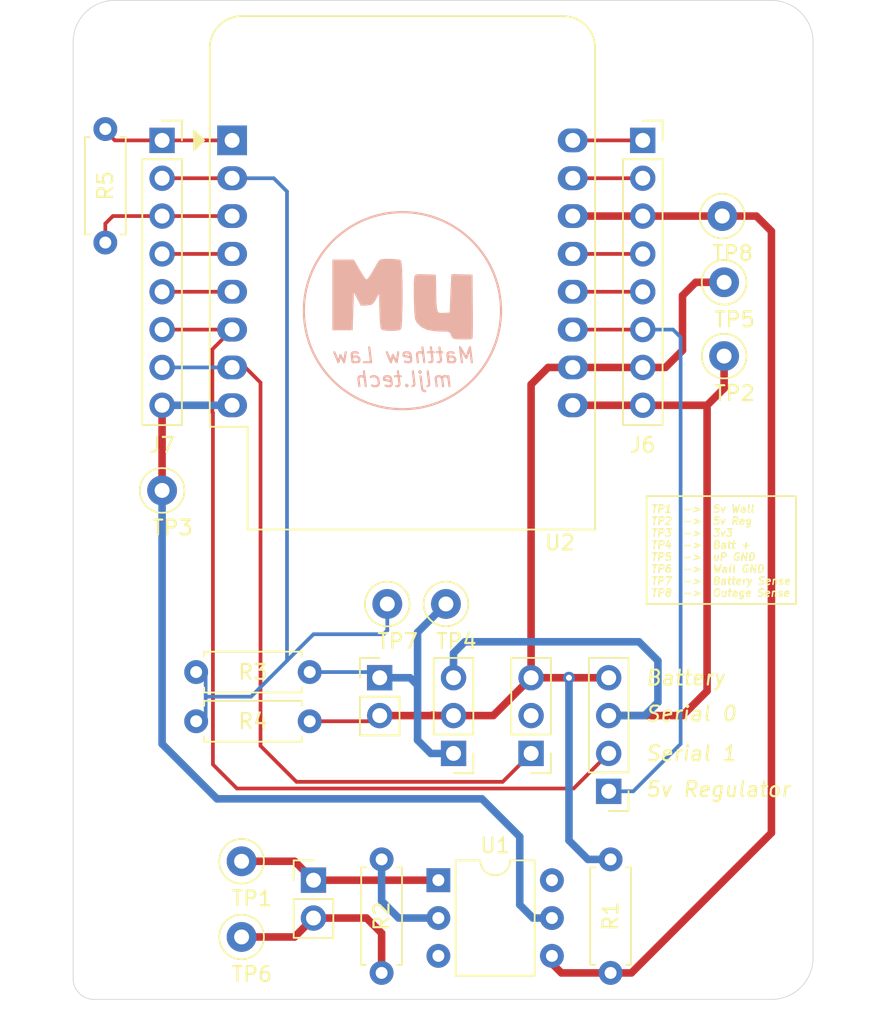
<source format=kicad_pcb>
(kicad_pcb (version 20171130) (host pcbnew "(5.1.6)-1")

  (general
    (thickness 1.6)
    (drawings 16)
    (tracks 126)
    (zones 0)
    (modules 27)
    (nets 24)
  )

  (page A4)
  (layers
    (0 F.Cu signal)
    (31 B.Cu signal)
    (32 B.Adhes user)
    (33 F.Adhes user)
    (34 B.Paste user)
    (35 F.Paste user)
    (36 B.SilkS user)
    (37 F.SilkS user)
    (38 B.Mask user)
    (39 F.Mask user)
    (40 Dwgs.User user)
    (41 Cmts.User user)
    (42 Eco1.User user)
    (43 Eco2.User user)
    (44 Edge.Cuts user)
    (45 Margin user)
    (46 B.CrtYd user)
    (47 F.CrtYd user)
    (48 B.Fab user)
    (49 F.Fab user)
  )

  (setup
    (last_trace_width 0.508)
    (user_trace_width 0.508)
    (trace_clearance 0.2)
    (zone_clearance 0.508)
    (zone_45_only no)
    (trace_min 0.2)
    (via_size 0.8)
    (via_drill 0.4)
    (via_min_size 0.4)
    (via_min_drill 0.3)
    (uvia_size 0.3)
    (uvia_drill 0.1)
    (uvias_allowed no)
    (uvia_min_size 0.2)
    (uvia_min_drill 0.1)
    (edge_width 0.05)
    (segment_width 0.2)
    (pcb_text_width 0.3)
    (pcb_text_size 1.5 1.5)
    (mod_edge_width 0.12)
    (mod_text_size 1 1)
    (mod_text_width 0.15)
    (pad_size 1.524 1.524)
    (pad_drill 0.762)
    (pad_to_mask_clearance 0.05)
    (aux_axis_origin 0 0)
    (visible_elements 7FFFFFFF)
    (pcbplotparams
      (layerselection 0x010fc_ffffffff)
      (usegerberextensions false)
      (usegerberattributes true)
      (usegerberadvancedattributes true)
      (creategerberjobfile true)
      (excludeedgelayer true)
      (linewidth 0.100000)
      (plotframeref false)
      (viasonmask false)
      (mode 1)
      (useauxorigin false)
      (hpglpennumber 1)
      (hpglpenspeed 20)
      (hpglpendiameter 15.000000)
      (psnegative false)
      (psa4output false)
      (plotreference true)
      (plotvalue true)
      (plotinvisibletext false)
      (padsonsilk false)
      (subtractmaskfromsilk false)
      (outputformat 1)
      (mirror false)
      (drillshape 0)
      (scaleselection 1)
      (outputdirectory "Gerber/"))
  )

  (net 0 "")
  (net 1 +5VA)
  (net 2 /UART0_RX)
  (net 3 /D8)
  (net 4 /D4)
  (net 5 /D7)
  (net 6 /Tx)
  (net 7 /Rx)
  (net 8 +3V3)
  (net 9 /D2)
  (net 10 /D3)
  (net 11 +5V)
  (net 12 /D6)
  (net 13 /D5)
  (net 14 /D0)
  (net 15 /A0)
  (net 16 "Net-(R2-Pad1)")
  (net 17 "Net-(U1-Pad3)")
  (net 18 "Net-(U1-Pad6)")
  (net 19 /D1)
  (net 20 /GND_wall)
  (net 21 /Batt-)
  (net 22 /Batt+)
  (net 23 /RST)

  (net_class Default "This is the default net class."
    (clearance 0.2)
    (trace_width 0.25)
    (via_dia 0.8)
    (via_drill 0.4)
    (uvia_dia 0.3)
    (uvia_drill 0.1)
    (add_net +3V3)
    (add_net +5V)
    (add_net +5VA)
    (add_net /A0)
    (add_net /Batt+)
    (add_net /Batt-)
    (add_net /D0)
    (add_net /D1)
    (add_net /D2)
    (add_net /D3)
    (add_net /D4)
    (add_net /D5)
    (add_net /D6)
    (add_net /D7)
    (add_net /D8)
    (add_net /GND_wall)
    (add_net /RST)
    (add_net /Rx)
    (add_net /Tx)
    (add_net /UART0_RX)
    (add_net "Net-(R2-Pad1)")
    (add_net "Net-(U1-Pad3)")
    (add_net "Net-(U1-Pad6)")
  )

  (module MountingHole:MountingHole_4.3mm_M4 (layer F.Cu) (tedit 56D1B4CB) (tstamp 62C5D411)
    (at 92.583 136.906)
    (descr "Mounting Hole 4.3mm, no annular, M4")
    (tags "mounting hole 4.3mm no annular m4")
    (attr virtual)
    (fp_text reference REF** (at 0 -5.3) (layer F.SilkS) hide
      (effects (font (size 1 1) (thickness 0.15)))
    )
    (fp_text value MountingHole_4.3mm_M4 (at 0 5.3) (layer F.Fab)
      (effects (font (size 1 1) (thickness 0.15)))
    )
    (fp_circle (center 0 0) (end 4.3 0) (layer Cmts.User) (width 0.15))
    (fp_circle (center 0 0) (end 4.55 0) (layer F.CrtYd) (width 0.05))
    (fp_text user %R (at 0.3 0) (layer F.Fab)
      (effects (font (size 1 1) (thickness 0.15)))
    )
    (pad 1 np_thru_hole circle (at 0 0) (size 4.3 4.3) (drill 4.3) (layers *.Cu *.Mask))
  )

  (module MountingHole:MountingHole_4.3mm_M4 (layer F.Cu) (tedit 56D1B4CB) (tstamp 62C5D403)
    (at 133.096 136.906)
    (descr "Mounting Hole 4.3mm, no annular, M4")
    (tags "mounting hole 4.3mm no annular m4")
    (attr virtual)
    (fp_text reference REF** (at 0 -5.3) (layer F.SilkS) hide
      (effects (font (size 1 1) (thickness 0.15)))
    )
    (fp_text value MountingHole_4.3mm_M4 (at 0 5.3) (layer F.Fab)
      (effects (font (size 1 1) (thickness 0.15)))
    )
    (fp_circle (center 0 0) (end 4.55 0) (layer F.CrtYd) (width 0.05))
    (fp_circle (center 0 0) (end 4.3 0) (layer Cmts.User) (width 0.15))
    (fp_text user %R (at 0.3 0) (layer F.Fab)
      (effects (font (size 1 1) (thickness 0.15)))
    )
    (pad 1 np_thru_hole circle (at 0 0) (size 4.3 4.3) (drill 4.3) (layers *.Cu *.Mask))
  )

  (module MountingHole:MountingHole_4.3mm_M4 (layer F.Cu) (tedit 56D1B4CB) (tstamp 62C5D3DD)
    (at 92.583 78.994)
    (descr "Mounting Hole 4.3mm, no annular, M4")
    (tags "mounting hole 4.3mm no annular m4")
    (attr virtual)
    (fp_text reference REF** (at 0 -5.3) (layer F.SilkS) hide
      (effects (font (size 1 1) (thickness 0.15)))
    )
    (fp_text value MountingHole_4.3mm_M4 (at 0 5.3) (layer F.Fab)
      (effects (font (size 1 1) (thickness 0.15)))
    )
    (fp_circle (center 0 0) (end 4.55 0) (layer F.CrtYd) (width 0.05))
    (fp_circle (center 0 0) (end 4.3 0) (layer Cmts.User) (width 0.15))
    (fp_text user %R (at 0.3 0) (layer F.Fab)
      (effects (font (size 1 1) (thickness 0.15)))
    )
    (pad 1 np_thru_hole circle (at 0 0) (size 4.3 4.3) (drill 4.3) (layers *.Cu *.Mask))
  )

  (module MountingHole:MountingHole_4.3mm_M4 (layer F.Cu) (tedit 56D1B4CB) (tstamp 62C5D3AA)
    (at 133.096 78.994)
    (descr "Mounting Hole 4.3mm, no annular, M4")
    (tags "mounting hole 4.3mm no annular m4")
    (attr virtual)
    (fp_text reference REF** (at 0 -5.3) (layer F.SilkS) hide
      (effects (font (size 1 1) (thickness 0.15)))
    )
    (fp_text value MountingHole_4.3mm_M4 (at 0 5.3) (layer F.Fab)
      (effects (font (size 1 1) (thickness 0.15)))
    )
    (fp_circle (center 0 0) (end 4.3 0) (layer Cmts.User) (width 0.15))
    (fp_circle (center 0 0) (end 4.55 0) (layer F.CrtYd) (width 0.05))
    (fp_text user %R (at 0.3 0) (layer F.Fab)
      (effects (font (size 1 1) (thickness 0.15)))
    )
    (pad 1 np_thru_hole circle (at 0 0) (size 4.3 4.3) (drill 4.3) (layers *.Cu *.Mask))
  )

  (module Package_DIP:DIP-6_W7.62mm (layer F.Cu) (tedit 5A02E8C5) (tstamp 62C46BA6)
    (at 112.522 133.477)
    (descr "6-lead though-hole mounted DIP package, row spacing 7.62 mm (300 mils)")
    (tags "THT DIP DIL PDIP 2.54mm 7.62mm 300mil")
    (path /62C15995)
    (fp_text reference U1 (at 3.81 -2.33) (layer F.SilkS)
      (effects (font (size 1 1) (thickness 0.15)))
    )
    (fp_text value 4N25 (at 3.81 7.41) (layer F.Fab)
      (effects (font (size 1 1) (thickness 0.15)))
    )
    (fp_line (start 1.635 -1.27) (end 6.985 -1.27) (layer F.Fab) (width 0.1))
    (fp_line (start 6.985 -1.27) (end 6.985 6.35) (layer F.Fab) (width 0.1))
    (fp_line (start 6.985 6.35) (end 0.635 6.35) (layer F.Fab) (width 0.1))
    (fp_line (start 0.635 6.35) (end 0.635 -0.27) (layer F.Fab) (width 0.1))
    (fp_line (start 0.635 -0.27) (end 1.635 -1.27) (layer F.Fab) (width 0.1))
    (fp_line (start 2.81 -1.33) (end 1.16 -1.33) (layer F.SilkS) (width 0.12))
    (fp_line (start 1.16 -1.33) (end 1.16 6.41) (layer F.SilkS) (width 0.12))
    (fp_line (start 1.16 6.41) (end 6.46 6.41) (layer F.SilkS) (width 0.12))
    (fp_line (start 6.46 6.41) (end 6.46 -1.33) (layer F.SilkS) (width 0.12))
    (fp_line (start 6.46 -1.33) (end 4.81 -1.33) (layer F.SilkS) (width 0.12))
    (fp_line (start -1.1 -1.55) (end -1.1 6.6) (layer F.CrtYd) (width 0.05))
    (fp_line (start -1.1 6.6) (end 8.7 6.6) (layer F.CrtYd) (width 0.05))
    (fp_line (start 8.7 6.6) (end 8.7 -1.55) (layer F.CrtYd) (width 0.05))
    (fp_line (start 8.7 -1.55) (end -1.1 -1.55) (layer F.CrtYd) (width 0.05))
    (fp_arc (start 3.81 -1.33) (end 2.81 -1.33) (angle -180) (layer F.SilkS) (width 0.12))
    (fp_text user %R (at 3.81 2.54) (layer F.Fab)
      (effects (font (size 1 1) (thickness 0.15)))
    )
    (pad 1 thru_hole rect (at 0 0) (size 1.6 1.6) (drill 0.8) (layers *.Cu *.Mask)
      (net 11 +5V))
    (pad 4 thru_hole oval (at 7.62 5.08) (size 1.6 1.6) (drill 0.8) (layers *.Cu *.Mask)
      (net 19 /D1))
    (pad 2 thru_hole oval (at 0 2.54) (size 1.6 1.6) (drill 0.8) (layers *.Cu *.Mask)
      (net 16 "Net-(R2-Pad1)"))
    (pad 5 thru_hole oval (at 7.62 2.54) (size 1.6 1.6) (drill 0.8) (layers *.Cu *.Mask)
      (net 8 +3V3))
    (pad 3 thru_hole oval (at 0 5.08) (size 1.6 1.6) (drill 0.8) (layers *.Cu *.Mask)
      (net 17 "Net-(U1-Pad3)"))
    (pad 6 thru_hole oval (at 7.62 0) (size 1.6 1.6) (drill 0.8) (layers *.Cu *.Mask)
      (net 18 "Net-(U1-Pad6)"))
    (model ${KISYS3DMOD}/Package_DIP.3dshapes/DIP-6_W7.62mm.wrl
      (at (xyz 0 0 0))
      (scale (xyz 1 1 1))
      (rotate (xyz 0 0 0))
    )
  )

  (module Graphics:logo_10x10 (layer B.Cu) (tedit 0) (tstamp 62C457FD)
    (at 110.109 94.488 180)
    (fp_text reference G*** (at 0 0) (layer B.SilkS) hide
      (effects (font (size 1.524 1.524) (thickness 0.3)) (justify mirror))
    )
    (fp_text value LOGO (at 0.75 0) (layer B.SilkS) hide
      (effects (font (size 1.524 1.524) (thickness 0.3)) (justify mirror))
    )
    (fp_poly (pts (xy 1.20144 2.706552) (xy 1.408675 2.688992) (xy 1.531905 2.642833) (xy 1.613792 2.554251)
      (xy 1.676104 2.44737) (xy 1.937065 1.986624) (xy 2.151092 1.635987) (xy 2.30932 1.409144)
      (xy 2.402885 1.319776) (xy 2.407135 1.31899) (xy 2.480924 1.384774) (xy 2.613143 1.566692)
      (xy 2.781163 1.832203) (xy 2.873547 1.989667) (xy 3.261157 2.667) (xy 4.699 2.667)
      (xy 4.699 -2.074333) (xy 3.344333 -2.074333) (xy 3.259667 0.465667) (xy 2.786599 -0.432309)
      (xy 2.389283 -0.406654) (xy 2.146795 -0.379675) (xy 1.994983 -0.310696) (xy 1.871021 -0.157844)
      (xy 1.77915 0) (xy 1.566333 0.381) (xy 1.542601 -0.756416) (xy 1.526325 -1.218888)
      (xy 1.499893 -1.600447) (xy 1.466022 -1.871874) (xy 1.427432 -2.00395) (xy 1.4264 -2.00525)
      (xy 1.290485 -2.067344) (xy 1.043937 -2.104876) (xy 0.743728 -2.117426) (xy 0.44683 -2.104569)
      (xy 0.210214 -2.065885) (xy 0.1016 -2.015067) (xy 0.068903 -1.899459) (xy 0.042051 -1.642393)
      (xy 0.021046 -1.271643) (xy 0.005886 -0.814983) (xy -0.003428 -0.300186) (xy -0.006895 0.244973)
      (xy -0.004517 0.79272) (xy 0.003707 1.315281) (xy 0.017777 1.784882) (xy 0.037693 2.173749)
      (xy 0.063455 2.454109) (xy 0.095063 2.598186) (xy 0.1016 2.607734) (xy 0.244034 2.66285)
      (xy 0.522312 2.698131) (xy 0.867538 2.709334) (xy 1.20144 2.706552)) (layer B.SilkS) (width 0.01))
    (fp_poly (pts (xy -0.995639 1.67882) (xy -0.881549 1.646679) (xy -0.826395 1.579605) (xy -0.797738 1.485532)
      (xy -0.780839 1.327829) (xy -0.770162 1.036377) (xy -0.76626 0.646666) (xy -0.769684 0.194186)
      (xy -0.774109 -0.035651) (xy -0.788083 -0.544767) (xy -0.805396 -0.91431) (xy -0.829994 -1.174037)
      (xy -0.865826 -1.353708) (xy -0.916838 -1.483081) (xy -0.979131 -1.581299) (xy -1.268296 -1.865468)
      (xy -1.656635 -2.049905) (xy -2.163603 -2.141972) (xy -2.497667 -2.155891) (xy -2.834302 -2.159643)
      (xy -3.040502 -2.175838) (xy -3.155163 -2.217602) (xy -3.21718 -2.298059) (xy -3.259667 -2.413)
      (xy -3.309448 -2.540802) (xy -3.379894 -2.618088) (xy -3.510689 -2.659763) (xy -3.741517 -2.680733)
      (xy -4.001782 -2.691751) (xy -4.36668 -2.696346) (xy -4.588415 -2.674632) (xy -4.691548 -2.623581)
      (xy -4.701832 -2.605485) (xy -4.712764 -2.492871) (xy -4.720812 -2.235514) (xy -4.725752 -1.857983)
      (xy -4.72736 -1.384849) (xy -4.725412 -0.840679) (xy -4.721716 -0.421734) (xy -4.699 1.651)
      (xy -4.0005 1.675591) (xy -3.678607 1.684114) (xy -3.431678 1.685327) (xy -3.300115 1.67923)
      (xy -3.28889 1.675591) (xy -3.281143 1.58695) (xy -3.268514 1.359092) (xy -3.252475 1.022011)
      (xy -3.234497 0.605705) (xy -3.22539 0.381) (xy -3.175 -0.889) (xy -2.775583 -0.914693)
      (xy -2.602532 -0.923129) (xy -2.476265 -0.907645) (xy -2.388834 -0.845473) (xy -2.332296 -0.713845)
      (xy -2.298705 -0.489993) (xy -2.280116 -0.151149) (xy -2.268584 0.325455) (xy -2.264344 0.550333)
      (xy -2.243667 1.651) (xy -1.547629 1.675551) (xy -1.205415 1.68534) (xy -0.995639 1.67882)) (layer B.SilkS) (width 0.01))
  )

  (module Connector_PinHeader_2.54mm:PinHeader_1x02_P2.54mm_Vertical (layer F.Cu) (tedit 59FED5CC) (tstamp 62C44533)
    (at 108.585 119.888)
    (descr "Through hole straight pin header, 1x02, 2.54mm pitch, single row")
    (tags "Through hole pin header THT 1x02 2.54mm single row")
    (path /62C2A662)
    (fp_text reference J1 (at 0 -2.33) (layer F.SilkS) hide
      (effects (font (size 1 1) (thickness 0.15)))
    )
    (fp_text value Battery (at 17.78 0) (layer F.SilkS)
      (effects (font (size 1 1) (thickness 0.15) italic) (justify left))
    )
    (fp_line (start 1.8 -1.8) (end -1.8 -1.8) (layer F.CrtYd) (width 0.05))
    (fp_line (start 1.8 4.35) (end 1.8 -1.8) (layer F.CrtYd) (width 0.05))
    (fp_line (start -1.8 4.35) (end 1.8 4.35) (layer F.CrtYd) (width 0.05))
    (fp_line (start -1.8 -1.8) (end -1.8 4.35) (layer F.CrtYd) (width 0.05))
    (fp_line (start -1.33 -1.33) (end 0 -1.33) (layer F.SilkS) (width 0.12))
    (fp_line (start -1.33 0) (end -1.33 -1.33) (layer F.SilkS) (width 0.12))
    (fp_line (start -1.33 1.27) (end 1.33 1.27) (layer F.SilkS) (width 0.12))
    (fp_line (start 1.33 1.27) (end 1.33 3.87) (layer F.SilkS) (width 0.12))
    (fp_line (start -1.33 1.27) (end -1.33 3.87) (layer F.SilkS) (width 0.12))
    (fp_line (start -1.33 3.87) (end 1.33 3.87) (layer F.SilkS) (width 0.12))
    (fp_line (start -1.27 -0.635) (end -0.635 -1.27) (layer F.Fab) (width 0.1))
    (fp_line (start -1.27 3.81) (end -1.27 -0.635) (layer F.Fab) (width 0.1))
    (fp_line (start 1.27 3.81) (end -1.27 3.81) (layer F.Fab) (width 0.1))
    (fp_line (start 1.27 -1.27) (end 1.27 3.81) (layer F.Fab) (width 0.1))
    (fp_line (start -0.635 -1.27) (end 1.27 -1.27) (layer F.Fab) (width 0.1))
    (fp_text user %R (at 0 1.27 180) (layer F.Fab)
      (effects (font (size 1 1) (thickness 0.15)))
    )
    (pad 2 thru_hole oval (at 0 2.54) (size 1.7 1.7) (drill 1) (layers *.Cu *.Mask)
      (net 21 /Batt-))
    (pad 1 thru_hole rect (at 0 0) (size 1.7 1.7) (drill 1) (layers *.Cu *.Mask)
      (net 22 /Batt+))
    (model ${KISYS3DMOD}/Connector_PinHeader_2.54mm.3dshapes/PinHeader_1x02_P2.54mm_Vertical.wrl
      (at (xyz 0 0 0))
      (scale (xyz 1 1 1))
      (rotate (xyz 0 0 0))
    )
  )

  (module Connector_PinHeader_2.54mm:PinHeader_1x03_P2.54mm_Vertical (layer F.Cu) (tedit 59FED5CC) (tstamp 62C446FE)
    (at 113.538 124.968 180)
    (descr "Through hole straight pin header, 1x03, 2.54mm pitch, single row")
    (tags "Through hole pin header THT 1x03 2.54mm single row")
    (path /62C2BDDB)
    (fp_text reference J2 (at 0 -2.33) (layer F.SilkS) hide
      (effects (font (size 1 1) (thickness 0.15)))
    )
    (fp_text value "5v Regulator" (at -12.827 -2.413 180) (layer F.SilkS)
      (effects (font (size 1 1) (thickness 0.15) italic) (justify left))
    )
    (fp_line (start -0.635 -1.27) (end 1.27 -1.27) (layer F.Fab) (width 0.1))
    (fp_line (start 1.27 -1.27) (end 1.27 6.35) (layer F.Fab) (width 0.1))
    (fp_line (start 1.27 6.35) (end -1.27 6.35) (layer F.Fab) (width 0.1))
    (fp_line (start -1.27 6.35) (end -1.27 -0.635) (layer F.Fab) (width 0.1))
    (fp_line (start -1.27 -0.635) (end -0.635 -1.27) (layer F.Fab) (width 0.1))
    (fp_line (start -1.33 6.41) (end 1.33 6.41) (layer F.SilkS) (width 0.12))
    (fp_line (start -1.33 1.27) (end -1.33 6.41) (layer F.SilkS) (width 0.12))
    (fp_line (start 1.33 1.27) (end 1.33 6.41) (layer F.SilkS) (width 0.12))
    (fp_line (start -1.33 1.27) (end 1.33 1.27) (layer F.SilkS) (width 0.12))
    (fp_line (start -1.33 0) (end -1.33 -1.33) (layer F.SilkS) (width 0.12))
    (fp_line (start -1.33 -1.33) (end 0 -1.33) (layer F.SilkS) (width 0.12))
    (fp_line (start -1.8 -1.8) (end -1.8 6.85) (layer F.CrtYd) (width 0.05))
    (fp_line (start -1.8 6.85) (end 1.8 6.85) (layer F.CrtYd) (width 0.05))
    (fp_line (start 1.8 6.85) (end 1.8 -1.8) (layer F.CrtYd) (width 0.05))
    (fp_line (start 1.8 -1.8) (end -1.8 -1.8) (layer F.CrtYd) (width 0.05))
    (fp_text user %R (at 0 2.54 90) (layer F.Fab)
      (effects (font (size 1 1) (thickness 0.15)))
    )
    (pad 1 thru_hole rect (at 0 0 180) (size 1.7 1.7) (drill 1) (layers *.Cu *.Mask)
      (net 22 /Batt+))
    (pad 2 thru_hole oval (at 0 2.54 180) (size 1.7 1.7) (drill 1) (layers *.Cu *.Mask)
      (net 21 /Batt-))
    (pad 3 thru_hole oval (at 0 5.08 180) (size 1.7 1.7) (drill 1) (layers *.Cu *.Mask)
      (net 1 +5VA))
    (model ${KISYS3DMOD}/Connector_PinHeader_2.54mm.3dshapes/PinHeader_1x03_P2.54mm_Vertical.wrl
      (at (xyz 0 0 0))
      (scale (xyz 1 1 1))
      (rotate (xyz 0 0 0))
    )
  )

  (module Connector_PinHeader_2.54mm:PinHeader_1x02_P2.54mm_Vertical (layer F.Cu) (tedit 59FED5CC) (tstamp 62C44ECD)
    (at 104.14 133.477)
    (descr "Through hole straight pin header, 1x02, 2.54mm pitch, single row")
    (tags "Through hole pin header THT 1x02 2.54mm single row")
    (path /62C38B75)
    (fp_text reference J3 (at 0 -2.33) (layer F.SilkS) hide
      (effects (font (size 1 1) (thickness 0.15)))
    )
    (fp_text value "5v Wall" (at 0 4.87) (layer F.Fab)
      (effects (font (size 1 1) (thickness 0.15)))
    )
    (fp_line (start -0.635 -1.27) (end 1.27 -1.27) (layer F.Fab) (width 0.1))
    (fp_line (start 1.27 -1.27) (end 1.27 3.81) (layer F.Fab) (width 0.1))
    (fp_line (start 1.27 3.81) (end -1.27 3.81) (layer F.Fab) (width 0.1))
    (fp_line (start -1.27 3.81) (end -1.27 -0.635) (layer F.Fab) (width 0.1))
    (fp_line (start -1.27 -0.635) (end -0.635 -1.27) (layer F.Fab) (width 0.1))
    (fp_line (start -1.33 3.87) (end 1.33 3.87) (layer F.SilkS) (width 0.12))
    (fp_line (start -1.33 1.27) (end -1.33 3.87) (layer F.SilkS) (width 0.12))
    (fp_line (start 1.33 1.27) (end 1.33 3.87) (layer F.SilkS) (width 0.12))
    (fp_line (start -1.33 1.27) (end 1.33 1.27) (layer F.SilkS) (width 0.12))
    (fp_line (start -1.33 0) (end -1.33 -1.33) (layer F.SilkS) (width 0.12))
    (fp_line (start -1.33 -1.33) (end 0 -1.33) (layer F.SilkS) (width 0.12))
    (fp_line (start -1.8 -1.8) (end -1.8 4.35) (layer F.CrtYd) (width 0.05))
    (fp_line (start -1.8 4.35) (end 1.8 4.35) (layer F.CrtYd) (width 0.05))
    (fp_line (start 1.8 4.35) (end 1.8 -1.8) (layer F.CrtYd) (width 0.05))
    (fp_line (start 1.8 -1.8) (end -1.8 -1.8) (layer F.CrtYd) (width 0.05))
    (fp_text user %R (at 0 1.27 90) (layer F.Fab)
      (effects (font (size 1 1) (thickness 0.15)))
    )
    (pad 1 thru_hole rect (at 0 0) (size 1.7 1.7) (drill 1) (layers *.Cu *.Mask)
      (net 11 +5V))
    (pad 2 thru_hole oval (at 0 2.54) (size 1.7 1.7) (drill 1) (layers *.Cu *.Mask)
      (net 20 /GND_wall))
    (model ${KISYS3DMOD}/Connector_PinHeader_2.54mm.3dshapes/PinHeader_1x02_P2.54mm_Vertical.wrl
      (at (xyz 0 0 0))
      (scale (xyz 1 1 1))
      (rotate (xyz 0 0 0))
    )
  )

  (module Connector_PinHeader_2.54mm:PinHeader_1x03_P2.54mm_Vertical (layer F.Cu) (tedit 59FED5CC) (tstamp 62C44677)
    (at 118.745 124.968 180)
    (descr "Through hole straight pin header, 1x03, 2.54mm pitch, single row")
    (tags "Through hole pin header THT 1x03 2.54mm single row")
    (path /62C413A8)
    (fp_text reference J4 (at 0 -2.33) (layer F.SilkS) hide
      (effects (font (size 1 1) (thickness 0.15)))
    )
    (fp_text value "Serial 0" (at -7.62 2.667) (layer F.SilkS)
      (effects (font (size 1 1) (thickness 0.15) italic) (justify left))
    )
    (fp_line (start 1.8 -1.8) (end -1.8 -1.8) (layer F.CrtYd) (width 0.05))
    (fp_line (start 1.8 6.85) (end 1.8 -1.8) (layer F.CrtYd) (width 0.05))
    (fp_line (start -1.8 6.85) (end 1.8 6.85) (layer F.CrtYd) (width 0.05))
    (fp_line (start -1.8 -1.8) (end -1.8 6.85) (layer F.CrtYd) (width 0.05))
    (fp_line (start -1.33 -1.33) (end 0 -1.33) (layer F.SilkS) (width 0.12))
    (fp_line (start -1.33 0) (end -1.33 -1.33) (layer F.SilkS) (width 0.12))
    (fp_line (start -1.33 1.27) (end 1.33 1.27) (layer F.SilkS) (width 0.12))
    (fp_line (start 1.33 1.27) (end 1.33 6.41) (layer F.SilkS) (width 0.12))
    (fp_line (start -1.33 1.27) (end -1.33 6.41) (layer F.SilkS) (width 0.12))
    (fp_line (start -1.33 6.41) (end 1.33 6.41) (layer F.SilkS) (width 0.12))
    (fp_line (start -1.27 -0.635) (end -0.635 -1.27) (layer F.Fab) (width 0.1))
    (fp_line (start -1.27 6.35) (end -1.27 -0.635) (layer F.Fab) (width 0.1))
    (fp_line (start 1.27 6.35) (end -1.27 6.35) (layer F.Fab) (width 0.1))
    (fp_line (start 1.27 -1.27) (end 1.27 6.35) (layer F.Fab) (width 0.1))
    (fp_line (start -0.635 -1.27) (end 1.27 -1.27) (layer F.Fab) (width 0.1))
    (fp_text user %R (at 0 2.54 90) (layer F.Fab)
      (effects (font (size 1 1) (thickness 0.15)))
    )
    (pad 3 thru_hole oval (at 0 5.08 180) (size 1.7 1.7) (drill 1) (layers *.Cu *.Mask)
      (net 21 /Batt-))
    (pad 2 thru_hole oval (at 0 2.54 180) (size 1.7 1.7) (drill 1) (layers *.Cu *.Mask)
      (net 2 /UART0_RX))
    (pad 1 thru_hole rect (at 0 0 180) (size 1.7 1.7) (drill 1) (layers *.Cu *.Mask)
      (net 3 /D8))
    (model ${KISYS3DMOD}/Connector_PinHeader_2.54mm.3dshapes/PinHeader_1x03_P2.54mm_Vertical.wrl
      (at (xyz 0 0 0))
      (scale (xyz 1 1 1))
      (rotate (xyz 0 0 0))
    )
  )

  (module Connector_PinHeader_2.54mm:PinHeader_1x04_P2.54mm_Vertical (layer F.Cu) (tedit 59FED5CC) (tstamp 62C446BA)
    (at 123.952 127.508 180)
    (descr "Through hole straight pin header, 1x04, 2.54mm pitch, single row")
    (tags "Through hole pin header THT 1x04 2.54mm single row")
    (path /62C41EFF)
    (fp_text reference J5 (at 0 -2.33) (layer F.SilkS) hide
      (effects (font (size 1 1) (thickness 0.15)))
    )
    (fp_text value "Serial 1" (at -2.413 2.54 180) (layer F.SilkS)
      (effects (font (size 1 1) (thickness 0.15) italic) (justify left))
    )
    (fp_line (start -0.635 -1.27) (end 1.27 -1.27) (layer F.Fab) (width 0.1))
    (fp_line (start 1.27 -1.27) (end 1.27 8.89) (layer F.Fab) (width 0.1))
    (fp_line (start 1.27 8.89) (end -1.27 8.89) (layer F.Fab) (width 0.1))
    (fp_line (start -1.27 8.89) (end -1.27 -0.635) (layer F.Fab) (width 0.1))
    (fp_line (start -1.27 -0.635) (end -0.635 -1.27) (layer F.Fab) (width 0.1))
    (fp_line (start -1.33 8.95) (end 1.33 8.95) (layer F.SilkS) (width 0.12))
    (fp_line (start -1.33 1.27) (end -1.33 8.95) (layer F.SilkS) (width 0.12))
    (fp_line (start 1.33 1.27) (end 1.33 8.95) (layer F.SilkS) (width 0.12))
    (fp_line (start -1.33 1.27) (end 1.33 1.27) (layer F.SilkS) (width 0.12))
    (fp_line (start -1.33 0) (end -1.33 -1.33) (layer F.SilkS) (width 0.12))
    (fp_line (start -1.33 -1.33) (end 0 -1.33) (layer F.SilkS) (width 0.12))
    (fp_line (start -1.8 -1.8) (end -1.8 9.4) (layer F.CrtYd) (width 0.05))
    (fp_line (start -1.8 9.4) (end 1.8 9.4) (layer F.CrtYd) (width 0.05))
    (fp_line (start 1.8 9.4) (end 1.8 -1.8) (layer F.CrtYd) (width 0.05))
    (fp_line (start 1.8 -1.8) (end -1.8 -1.8) (layer F.CrtYd) (width 0.05))
    (fp_text user %R (at 0 3.81 90) (layer F.Fab)
      (effects (font (size 1 1) (thickness 0.15)))
    )
    (pad 1 thru_hole rect (at 0 0 180) (size 1.7 1.7) (drill 1) (layers *.Cu *.Mask)
      (net 4 /D4))
    (pad 2 thru_hole oval (at 0 2.54 180) (size 1.7 1.7) (drill 1) (layers *.Cu *.Mask)
      (net 5 /D7))
    (pad 3 thru_hole oval (at 0 5.08 180) (size 1.7 1.7) (drill 1) (layers *.Cu *.Mask)
      (net 1 +5VA))
    (pad 4 thru_hole oval (at 0 7.62 180) (size 1.7 1.7) (drill 1) (layers *.Cu *.Mask)
      (net 21 /Batt-))
    (model ${KISYS3DMOD}/Connector_PinHeader_2.54mm.3dshapes/PinHeader_1x04_P2.54mm_Vertical.wrl
      (at (xyz 0 0 0))
      (scale (xyz 1 1 1))
      (rotate (xyz 0 0 0))
    )
  )

  (module Connector_PinSocket_2.54mm:PinSocket_1x08_P2.54mm_Vertical (layer F.Cu) (tedit 5A19A420) (tstamp 62C3EE6A)
    (at 126.238 83.82)
    (descr "Through hole straight socket strip, 1x08, 2.54mm pitch, single row (from Kicad 4.0.7), script generated")
    (tags "Through hole socket strip THT 1x08 2.54mm single row")
    (path /62CA175D)
    (fp_text reference J6 (at 0 20.447) (layer F.SilkS)
      (effects (font (size 1 1) (thickness 0.15)))
    )
    (fp_text value "Wemos RHS" (at 0 20.55) (layer F.Fab)
      (effects (font (size 1 1) (thickness 0.15)))
    )
    (fp_line (start -1.27 -1.27) (end 0.635 -1.27) (layer F.Fab) (width 0.1))
    (fp_line (start 0.635 -1.27) (end 1.27 -0.635) (layer F.Fab) (width 0.1))
    (fp_line (start 1.27 -0.635) (end 1.27 19.05) (layer F.Fab) (width 0.1))
    (fp_line (start 1.27 19.05) (end -1.27 19.05) (layer F.Fab) (width 0.1))
    (fp_line (start -1.27 19.05) (end -1.27 -1.27) (layer F.Fab) (width 0.1))
    (fp_line (start -1.33 1.27) (end 1.33 1.27) (layer F.SilkS) (width 0.12))
    (fp_line (start -1.33 1.27) (end -1.33 19.11) (layer F.SilkS) (width 0.12))
    (fp_line (start -1.33 19.11) (end 1.33 19.11) (layer F.SilkS) (width 0.12))
    (fp_line (start 1.33 1.27) (end 1.33 19.11) (layer F.SilkS) (width 0.12))
    (fp_line (start 1.33 -1.33) (end 1.33 0) (layer F.SilkS) (width 0.12))
    (fp_line (start 0 -1.33) (end 1.33 -1.33) (layer F.SilkS) (width 0.12))
    (fp_line (start -1.8 -1.8) (end 1.75 -1.8) (layer F.CrtYd) (width 0.05))
    (fp_line (start 1.75 -1.8) (end 1.75 19.55) (layer F.CrtYd) (width 0.05))
    (fp_line (start 1.75 19.55) (end -1.8 19.55) (layer F.CrtYd) (width 0.05))
    (fp_line (start -1.8 19.55) (end -1.8 -1.8) (layer F.CrtYd) (width 0.05))
    (fp_text user %R (at 0 8.89 90) (layer F.Fab)
      (effects (font (size 1 1) (thickness 0.15)))
    )
    (pad 1 thru_hole rect (at 0 0) (size 1.7 1.7) (drill 1) (layers *.Cu *.Mask)
      (net 6 /Tx))
    (pad 2 thru_hole oval (at 0 2.54) (size 1.7 1.7) (drill 1) (layers *.Cu *.Mask)
      (net 7 /Rx))
    (pad 3 thru_hole oval (at 0 5.08) (size 1.7 1.7) (drill 1) (layers *.Cu *.Mask)
      (net 19 /D1))
    (pad 4 thru_hole oval (at 0 7.62) (size 1.7 1.7) (drill 1) (layers *.Cu *.Mask)
      (net 9 /D2))
    (pad 5 thru_hole oval (at 0 10.16) (size 1.7 1.7) (drill 1) (layers *.Cu *.Mask)
      (net 10 /D3))
    (pad 6 thru_hole oval (at 0 12.7) (size 1.7 1.7) (drill 1) (layers *.Cu *.Mask)
      (net 4 /D4))
    (pad 7 thru_hole oval (at 0 15.24) (size 1.7 1.7) (drill 1) (layers *.Cu *.Mask)
      (net 21 /Batt-))
    (pad 8 thru_hole oval (at 0 17.78) (size 1.7 1.7) (drill 1) (layers *.Cu *.Mask)
      (net 1 +5VA))
    (model ${KISYS3DMOD}/Connector_PinSocket_2.54mm.3dshapes/PinSocket_1x08_P2.54mm_Vertical.wrl
      (at (xyz 0 0 0))
      (scale (xyz 1 1 1))
      (rotate (xyz 0 0 0))
    )
  )

  (module Connector_PinSocket_2.54mm:PinSocket_1x08_P2.54mm_Vertical (layer F.Cu) (tedit 5A19A420) (tstamp 62C3E8DA)
    (at 93.98 83.82)
    (descr "Through hole straight socket strip, 1x08, 2.54mm pitch, single row (from Kicad 4.0.7), script generated")
    (tags "Through hole socket strip THT 1x08 2.54mm single row")
    (path /62CA1CE1)
    (fp_text reference J7 (at 0 20.447) (layer F.SilkS)
      (effects (font (size 1 1) (thickness 0.15)))
    )
    (fp_text value "Wemos LHS" (at 0 20.55) (layer F.Fab)
      (effects (font (size 1 1) (thickness 0.15)))
    )
    (fp_line (start -1.8 19.55) (end -1.8 -1.8) (layer F.CrtYd) (width 0.05))
    (fp_line (start 1.75 19.55) (end -1.8 19.55) (layer F.CrtYd) (width 0.05))
    (fp_line (start 1.75 -1.8) (end 1.75 19.55) (layer F.CrtYd) (width 0.05))
    (fp_line (start -1.8 -1.8) (end 1.75 -1.8) (layer F.CrtYd) (width 0.05))
    (fp_line (start 0 -1.33) (end 1.33 -1.33) (layer F.SilkS) (width 0.12))
    (fp_line (start 1.33 -1.33) (end 1.33 0) (layer F.SilkS) (width 0.12))
    (fp_line (start 1.33 1.27) (end 1.33 19.11) (layer F.SilkS) (width 0.12))
    (fp_line (start -1.33 19.11) (end 1.33 19.11) (layer F.SilkS) (width 0.12))
    (fp_line (start -1.33 1.27) (end -1.33 19.11) (layer F.SilkS) (width 0.12))
    (fp_line (start -1.33 1.27) (end 1.33 1.27) (layer F.SilkS) (width 0.12))
    (fp_line (start -1.27 19.05) (end -1.27 -1.27) (layer F.Fab) (width 0.1))
    (fp_line (start 1.27 19.05) (end -1.27 19.05) (layer F.Fab) (width 0.1))
    (fp_line (start 1.27 -0.635) (end 1.27 19.05) (layer F.Fab) (width 0.1))
    (fp_line (start 0.635 -1.27) (end 1.27 -0.635) (layer F.Fab) (width 0.1))
    (fp_line (start -1.27 -1.27) (end 0.635 -1.27) (layer F.Fab) (width 0.1))
    (fp_text user %R (at 0 8.89 90) (layer F.Fab)
      (effects (font (size 1 1) (thickness 0.15)))
    )
    (pad 8 thru_hole oval (at 0 17.78) (size 1.7 1.7) (drill 1) (layers *.Cu *.Mask)
      (net 8 +3V3))
    (pad 7 thru_hole oval (at 0 15.24) (size 1.7 1.7) (drill 1) (layers *.Cu *.Mask)
      (net 3 /D8))
    (pad 6 thru_hole oval (at 0 12.7) (size 1.7 1.7) (drill 1) (layers *.Cu *.Mask)
      (net 5 /D7))
    (pad 5 thru_hole oval (at 0 10.16) (size 1.7 1.7) (drill 1) (layers *.Cu *.Mask)
      (net 12 /D6))
    (pad 4 thru_hole oval (at 0 7.62) (size 1.7 1.7) (drill 1) (layers *.Cu *.Mask)
      (net 13 /D5))
    (pad 3 thru_hole oval (at 0 5.08) (size 1.7 1.7) (drill 1) (layers *.Cu *.Mask)
      (net 14 /D0))
    (pad 2 thru_hole oval (at 0 2.54) (size 1.7 1.7) (drill 1) (layers *.Cu *.Mask)
      (net 15 /A0))
    (pad 1 thru_hole rect (at 0 0) (size 1.7 1.7) (drill 1) (layers *.Cu *.Mask)
      (net 23 /RST))
    (model ${KISYS3DMOD}/Connector_PinSocket_2.54mm.3dshapes/PinSocket_1x08_P2.54mm_Vertical.wrl
      (at (xyz 0 0 0))
      (scale (xyz 1 1 1))
      (rotate (xyz 0 0 0))
    )
  )

  (module Resistor_THT:R_Axial_DIN0207_L6.3mm_D2.5mm_P7.62mm_Horizontal (layer F.Cu) (tedit 5AE5139B) (tstamp 62C432A6)
    (at 124.079 139.7 90)
    (descr "Resistor, Axial_DIN0207 series, Axial, Horizontal, pin pitch=7.62mm, 0.25W = 1/4W, length*diameter=6.3*2.5mm^2, http://cdn-reichelt.de/documents/datenblatt/B400/1_4W%23YAG.pdf")
    (tags "Resistor Axial_DIN0207 series Axial Horizontal pin pitch 7.62mm 0.25W = 1/4W length 6.3mm diameter 2.5mm")
    (path /62C1ECBF)
    (fp_text reference R1 (at 3.81 0 90) (layer F.SilkS)
      (effects (font (size 1 1) (thickness 0.15)))
    )
    (fp_text value 10k (at 3.81 2.37 90) (layer F.Fab)
      (effects (font (size 1 1) (thickness 0.15)))
    )
    (fp_line (start 0.66 -1.25) (end 0.66 1.25) (layer F.Fab) (width 0.1))
    (fp_line (start 0.66 1.25) (end 6.96 1.25) (layer F.Fab) (width 0.1))
    (fp_line (start 6.96 1.25) (end 6.96 -1.25) (layer F.Fab) (width 0.1))
    (fp_line (start 6.96 -1.25) (end 0.66 -1.25) (layer F.Fab) (width 0.1))
    (fp_line (start 0 0) (end 0.66 0) (layer F.Fab) (width 0.1))
    (fp_line (start 7.62 0) (end 6.96 0) (layer F.Fab) (width 0.1))
    (fp_line (start 0.54 -1.04) (end 0.54 -1.37) (layer F.SilkS) (width 0.12))
    (fp_line (start 0.54 -1.37) (end 7.08 -1.37) (layer F.SilkS) (width 0.12))
    (fp_line (start 7.08 -1.37) (end 7.08 -1.04) (layer F.SilkS) (width 0.12))
    (fp_line (start 0.54 1.04) (end 0.54 1.37) (layer F.SilkS) (width 0.12))
    (fp_line (start 0.54 1.37) (end 7.08 1.37) (layer F.SilkS) (width 0.12))
    (fp_line (start 7.08 1.37) (end 7.08 1.04) (layer F.SilkS) (width 0.12))
    (fp_line (start -1.05 -1.5) (end -1.05 1.5) (layer F.CrtYd) (width 0.05))
    (fp_line (start -1.05 1.5) (end 8.67 1.5) (layer F.CrtYd) (width 0.05))
    (fp_line (start 8.67 1.5) (end 8.67 -1.5) (layer F.CrtYd) (width 0.05))
    (fp_line (start 8.67 -1.5) (end -1.05 -1.5) (layer F.CrtYd) (width 0.05))
    (fp_text user %R (at 3.81 0 90) (layer F.Fab)
      (effects (font (size 1 1) (thickness 0.15)))
    )
    (pad 1 thru_hole circle (at 0 0 90) (size 1.6 1.6) (drill 0.8) (layers *.Cu *.Mask)
      (net 19 /D1))
    (pad 2 thru_hole oval (at 7.62 0 90) (size 1.6 1.6) (drill 0.8) (layers *.Cu *.Mask)
      (net 21 /Batt-))
    (model ${KISYS3DMOD}/Resistor_THT.3dshapes/R_Axial_DIN0207_L6.3mm_D2.5mm_P7.62mm_Horizontal.wrl
      (at (xyz 0 0 0))
      (scale (xyz 1 1 1))
      (rotate (xyz 0 0 0))
    )
  )

  (module Resistor_THT:R_Axial_DIN0207_L6.3mm_D2.5mm_P7.62mm_Horizontal (layer F.Cu) (tedit 5AE5139B) (tstamp 62C3E908)
    (at 108.712 132.08 270)
    (descr "Resistor, Axial_DIN0207 series, Axial, Horizontal, pin pitch=7.62mm, 0.25W = 1/4W, length*diameter=6.3*2.5mm^2, http://cdn-reichelt.de/documents/datenblatt/B400/1_4W%23YAG.pdf")
    (tags "Resistor Axial_DIN0207 series Axial Horizontal pin pitch 7.62mm 0.25W = 1/4W length 6.3mm diameter 2.5mm")
    (path /62C3459F)
    (fp_text reference R2 (at 3.81 0 90) (layer F.SilkS)
      (effects (font (size 1 1) (thickness 0.15)))
    )
    (fp_text value 50 (at 3.81 2.37 90) (layer F.Fab)
      (effects (font (size 1 1) (thickness 0.15)))
    )
    (fp_line (start 0.66 -1.25) (end 0.66 1.25) (layer F.Fab) (width 0.1))
    (fp_line (start 0.66 1.25) (end 6.96 1.25) (layer F.Fab) (width 0.1))
    (fp_line (start 6.96 1.25) (end 6.96 -1.25) (layer F.Fab) (width 0.1))
    (fp_line (start 6.96 -1.25) (end 0.66 -1.25) (layer F.Fab) (width 0.1))
    (fp_line (start 0 0) (end 0.66 0) (layer F.Fab) (width 0.1))
    (fp_line (start 7.62 0) (end 6.96 0) (layer F.Fab) (width 0.1))
    (fp_line (start 0.54 -1.04) (end 0.54 -1.37) (layer F.SilkS) (width 0.12))
    (fp_line (start 0.54 -1.37) (end 7.08 -1.37) (layer F.SilkS) (width 0.12))
    (fp_line (start 7.08 -1.37) (end 7.08 -1.04) (layer F.SilkS) (width 0.12))
    (fp_line (start 0.54 1.04) (end 0.54 1.37) (layer F.SilkS) (width 0.12))
    (fp_line (start 0.54 1.37) (end 7.08 1.37) (layer F.SilkS) (width 0.12))
    (fp_line (start 7.08 1.37) (end 7.08 1.04) (layer F.SilkS) (width 0.12))
    (fp_line (start -1.05 -1.5) (end -1.05 1.5) (layer F.CrtYd) (width 0.05))
    (fp_line (start -1.05 1.5) (end 8.67 1.5) (layer F.CrtYd) (width 0.05))
    (fp_line (start 8.67 1.5) (end 8.67 -1.5) (layer F.CrtYd) (width 0.05))
    (fp_line (start 8.67 -1.5) (end -1.05 -1.5) (layer F.CrtYd) (width 0.05))
    (fp_text user %R (at 3.81 0 90) (layer F.Fab)
      (effects (font (size 1 1) (thickness 0.15)))
    )
    (pad 1 thru_hole circle (at 0 0 270) (size 1.6 1.6) (drill 0.8) (layers *.Cu *.Mask)
      (net 16 "Net-(R2-Pad1)"))
    (pad 2 thru_hole oval (at 7.62 0 270) (size 1.6 1.6) (drill 0.8) (layers *.Cu *.Mask)
      (net 20 /GND_wall))
    (model ${KISYS3DMOD}/Resistor_THT.3dshapes/R_Axial_DIN0207_L6.3mm_D2.5mm_P7.62mm_Horizontal.wrl
      (at (xyz 0 0 0))
      (scale (xyz 1 1 1))
      (rotate (xyz 0 0 0))
    )
  )

  (module Resistor_THT:R_Axial_DIN0207_L6.3mm_D2.5mm_P7.62mm_Horizontal (layer F.Cu) (tedit 5AE5139B) (tstamp 62C444F2)
    (at 103.886 119.507 180)
    (descr "Resistor, Axial_DIN0207 series, Axial, Horizontal, pin pitch=7.62mm, 0.25W = 1/4W, length*diameter=6.3*2.5mm^2, http://cdn-reichelt.de/documents/datenblatt/B400/1_4W%23YAG.pdf")
    (tags "Resistor Axial_DIN0207 series Axial Horizontal pin pitch 7.62mm 0.25W = 1/4W length 6.3mm diameter 2.5mm")
    (path /62C45C5C)
    (fp_text reference R3 (at 3.81 0) (layer F.SilkS)
      (effects (font (size 1 1) (thickness 0.15)))
    )
    (fp_text value 10k (at 3.81 2.37) (layer F.Fab)
      (effects (font (size 1 1) (thickness 0.15)))
    )
    (fp_line (start 8.67 -1.5) (end -1.05 -1.5) (layer F.CrtYd) (width 0.05))
    (fp_line (start 8.67 1.5) (end 8.67 -1.5) (layer F.CrtYd) (width 0.05))
    (fp_line (start -1.05 1.5) (end 8.67 1.5) (layer F.CrtYd) (width 0.05))
    (fp_line (start -1.05 -1.5) (end -1.05 1.5) (layer F.CrtYd) (width 0.05))
    (fp_line (start 7.08 1.37) (end 7.08 1.04) (layer F.SilkS) (width 0.12))
    (fp_line (start 0.54 1.37) (end 7.08 1.37) (layer F.SilkS) (width 0.12))
    (fp_line (start 0.54 1.04) (end 0.54 1.37) (layer F.SilkS) (width 0.12))
    (fp_line (start 7.08 -1.37) (end 7.08 -1.04) (layer F.SilkS) (width 0.12))
    (fp_line (start 0.54 -1.37) (end 7.08 -1.37) (layer F.SilkS) (width 0.12))
    (fp_line (start 0.54 -1.04) (end 0.54 -1.37) (layer F.SilkS) (width 0.12))
    (fp_line (start 7.62 0) (end 6.96 0) (layer F.Fab) (width 0.1))
    (fp_line (start 0 0) (end 0.66 0) (layer F.Fab) (width 0.1))
    (fp_line (start 6.96 -1.25) (end 0.66 -1.25) (layer F.Fab) (width 0.1))
    (fp_line (start 6.96 1.25) (end 6.96 -1.25) (layer F.Fab) (width 0.1))
    (fp_line (start 0.66 1.25) (end 6.96 1.25) (layer F.Fab) (width 0.1))
    (fp_line (start 0.66 -1.25) (end 0.66 1.25) (layer F.Fab) (width 0.1))
    (fp_text user %R (at 3.81 0) (layer F.Fab)
      (effects (font (size 1 1) (thickness 0.15)))
    )
    (pad 2 thru_hole oval (at 7.62 0 180) (size 1.6 1.6) (drill 0.8) (layers *.Cu *.Mask)
      (net 15 /A0))
    (pad 1 thru_hole circle (at 0 0 180) (size 1.6 1.6) (drill 0.8) (layers *.Cu *.Mask)
      (net 22 /Batt+))
    (model ${KISYS3DMOD}/Resistor_THT.3dshapes/R_Axial_DIN0207_L6.3mm_D2.5mm_P7.62mm_Horizontal.wrl
      (at (xyz 0 0 0))
      (scale (xyz 1 1 1))
      (rotate (xyz 0 0 0))
    )
  )

  (module Resistor_THT:R_Axial_DIN0207_L6.3mm_D2.5mm_P7.62mm_Horizontal (layer F.Cu) (tedit 5AE5139B) (tstamp 62C444B0)
    (at 96.266 122.809)
    (descr "Resistor, Axial_DIN0207 series, Axial, Horizontal, pin pitch=7.62mm, 0.25W = 1/4W, length*diameter=6.3*2.5mm^2, http://cdn-reichelt.de/documents/datenblatt/B400/1_4W%23YAG.pdf")
    (tags "Resistor Axial_DIN0207 series Axial Horizontal pin pitch 7.62mm 0.25W = 1/4W length 6.3mm diameter 2.5mm")
    (path /62C46153)
    (fp_text reference R4 (at 3.81 0) (layer F.SilkS)
      (effects (font (size 1 1) (thickness 0.15)))
    )
    (fp_text value 10k (at 3.81 2.37) (layer F.Fab)
      (effects (font (size 1 1) (thickness 0.15)))
    )
    (fp_line (start 0.66 -1.25) (end 0.66 1.25) (layer F.Fab) (width 0.1))
    (fp_line (start 0.66 1.25) (end 6.96 1.25) (layer F.Fab) (width 0.1))
    (fp_line (start 6.96 1.25) (end 6.96 -1.25) (layer F.Fab) (width 0.1))
    (fp_line (start 6.96 -1.25) (end 0.66 -1.25) (layer F.Fab) (width 0.1))
    (fp_line (start 0 0) (end 0.66 0) (layer F.Fab) (width 0.1))
    (fp_line (start 7.62 0) (end 6.96 0) (layer F.Fab) (width 0.1))
    (fp_line (start 0.54 -1.04) (end 0.54 -1.37) (layer F.SilkS) (width 0.12))
    (fp_line (start 0.54 -1.37) (end 7.08 -1.37) (layer F.SilkS) (width 0.12))
    (fp_line (start 7.08 -1.37) (end 7.08 -1.04) (layer F.SilkS) (width 0.12))
    (fp_line (start 0.54 1.04) (end 0.54 1.37) (layer F.SilkS) (width 0.12))
    (fp_line (start 0.54 1.37) (end 7.08 1.37) (layer F.SilkS) (width 0.12))
    (fp_line (start 7.08 1.37) (end 7.08 1.04) (layer F.SilkS) (width 0.12))
    (fp_line (start -1.05 -1.5) (end -1.05 1.5) (layer F.CrtYd) (width 0.05))
    (fp_line (start -1.05 1.5) (end 8.67 1.5) (layer F.CrtYd) (width 0.05))
    (fp_line (start 8.67 1.5) (end 8.67 -1.5) (layer F.CrtYd) (width 0.05))
    (fp_line (start 8.67 -1.5) (end -1.05 -1.5) (layer F.CrtYd) (width 0.05))
    (fp_text user %R (at 3.81 0) (layer F.Fab)
      (effects (font (size 1 1) (thickness 0.15)))
    )
    (pad 1 thru_hole circle (at 0 0) (size 1.6 1.6) (drill 0.8) (layers *.Cu *.Mask)
      (net 15 /A0))
    (pad 2 thru_hole oval (at 7.62 0) (size 1.6 1.6) (drill 0.8) (layers *.Cu *.Mask)
      (net 21 /Batt-))
    (model ${KISYS3DMOD}/Resistor_THT.3dshapes/R_Axial_DIN0207_L6.3mm_D2.5mm_P7.62mm_Horizontal.wrl
      (at (xyz 0 0 0))
      (scale (xyz 1 1 1))
      (rotate (xyz 0 0 0))
    )
  )

  (module Resistor_THT:R_Axial_DIN0207_L6.3mm_D2.5mm_P7.62mm_Horizontal (layer F.Cu) (tedit 5AE5139B) (tstamp 62C4319E)
    (at 90.17 90.678 90)
    (descr "Resistor, Axial_DIN0207 series, Axial, Horizontal, pin pitch=7.62mm, 0.25W = 1/4W, length*diameter=6.3*2.5mm^2, http://cdn-reichelt.de/documents/datenblatt/B400/1_4W%23YAG.pdf")
    (tags "Resistor Axial_DIN0207 series Axial Horizontal pin pitch 7.62mm 0.25W = 1/4W length 6.3mm diameter 2.5mm")
    (path /62C39ED5)
    (fp_text reference R5 (at 3.81 0 90) (layer F.SilkS)
      (effects (font (size 1 1) (thickness 0.15)))
    )
    (fp_text value 470 (at 3.81 2.37 90) (layer F.Fab)
      (effects (font (size 1 1) (thickness 0.15)))
    )
    (fp_line (start 8.67 -1.5) (end -1.05 -1.5) (layer F.CrtYd) (width 0.05))
    (fp_line (start 8.67 1.5) (end 8.67 -1.5) (layer F.CrtYd) (width 0.05))
    (fp_line (start -1.05 1.5) (end 8.67 1.5) (layer F.CrtYd) (width 0.05))
    (fp_line (start -1.05 -1.5) (end -1.05 1.5) (layer F.CrtYd) (width 0.05))
    (fp_line (start 7.08 1.37) (end 7.08 1.04) (layer F.SilkS) (width 0.12))
    (fp_line (start 0.54 1.37) (end 7.08 1.37) (layer F.SilkS) (width 0.12))
    (fp_line (start 0.54 1.04) (end 0.54 1.37) (layer F.SilkS) (width 0.12))
    (fp_line (start 7.08 -1.37) (end 7.08 -1.04) (layer F.SilkS) (width 0.12))
    (fp_line (start 0.54 -1.37) (end 7.08 -1.37) (layer F.SilkS) (width 0.12))
    (fp_line (start 0.54 -1.04) (end 0.54 -1.37) (layer F.SilkS) (width 0.12))
    (fp_line (start 7.62 0) (end 6.96 0) (layer F.Fab) (width 0.1))
    (fp_line (start 0 0) (end 0.66 0) (layer F.Fab) (width 0.1))
    (fp_line (start 6.96 -1.25) (end 0.66 -1.25) (layer F.Fab) (width 0.1))
    (fp_line (start 6.96 1.25) (end 6.96 -1.25) (layer F.Fab) (width 0.1))
    (fp_line (start 0.66 1.25) (end 6.96 1.25) (layer F.Fab) (width 0.1))
    (fp_line (start 0.66 -1.25) (end 0.66 1.25) (layer F.Fab) (width 0.1))
    (fp_text user %R (at 3.81 0 90) (layer F.Fab)
      (effects (font (size 1 1) (thickness 0.15)))
    )
    (pad 2 thru_hole oval (at 7.62 0 90) (size 1.6 1.6) (drill 0.8) (layers *.Cu *.Mask)
      (net 23 /RST))
    (pad 1 thru_hole circle (at 0 0 90) (size 1.6 1.6) (drill 0.8) (layers *.Cu *.Mask)
      (net 14 /D0))
    (model ${KISYS3DMOD}/Resistor_THT.3dshapes/R_Axial_DIN0207_L6.3mm_D2.5mm_P7.62mm_Horizontal.wrl
      (at (xyz 0 0 0))
      (scale (xyz 1 1 1))
      (rotate (xyz 0 0 0))
    )
  )

  (module TestPoint:TestPoint_Loop_D2.50mm_Drill1.0mm_LowProfile (layer F.Cu) (tedit 5A0F774F) (tstamp 62C3E959)
    (at 99.314 132.207)
    (descr "low profile wire loop as test point, loop diameter 2.5mm, hole diameter 1.0mm")
    (tags "test point wire loop bead")
    (path /62C229DE)
    (fp_text reference TP1 (at 0.7 2.5) (layer F.SilkS)
      (effects (font (size 1 1) (thickness 0.15)))
    )
    (fp_text value "5v Wall" (at 0 -2.8) (layer F.Fab)
      (effects (font (size 1 1) (thickness 0.15)))
    )
    (fp_line (start -1.3 -0.2) (end -1.3 0.2) (layer F.Fab) (width 0.12))
    (fp_line (start -1.3 0.2) (end 1.3 0.2) (layer F.Fab) (width 0.12))
    (fp_line (start 1.3 0.2) (end 1.3 -0.2) (layer F.Fab) (width 0.12))
    (fp_line (start 1.3 -0.2) (end -1.3 -0.2) (layer F.Fab) (width 0.12))
    (fp_circle (center 0 0) (end 1.8 0) (layer F.CrtYd) (width 0.05))
    (fp_circle (center 0 0) (end 1.5 0) (layer F.SilkS) (width 0.12))
    (fp_text user %R (at 0.7 2.5) (layer F.Fab)
      (effects (font (size 1 1) (thickness 0.15)))
    )
    (pad 1 thru_hole circle (at 0 0) (size 2 2) (drill 1) (layers *.Cu *.Mask)
      (net 11 +5V))
    (model ${KISYS3DMOD}/TestPoint.3dshapes/TestPoint_Loop_D2.50mm_Drill1.0mm_LowProfile.wrl
      (at (xyz 0 0 0))
      (scale (xyz 1 1 1))
      (rotate (xyz 0 0 0))
    )
  )

  (module TestPoint:TestPoint_Loop_D2.50mm_Drill1.0mm_LowProfile (layer F.Cu) (tedit 5A0F774F) (tstamp 62C43700)
    (at 131.699 98.298)
    (descr "low profile wire loop as test point, loop diameter 2.5mm, hole diameter 1.0mm")
    (tags "test point wire loop bead")
    (path /62C2496D)
    (fp_text reference TP2 (at 0.7 2.5) (layer F.SilkS)
      (effects (font (size 1 1) (thickness 0.15)))
    )
    (fp_text value "5v Regulator" (at 0 -2.8) (layer F.Fab)
      (effects (font (size 1 1) (thickness 0.15)))
    )
    (fp_circle (center 0 0) (end 1.5 0) (layer F.SilkS) (width 0.12))
    (fp_circle (center 0 0) (end 1.8 0) (layer F.CrtYd) (width 0.05))
    (fp_line (start 1.3 -0.2) (end -1.3 -0.2) (layer F.Fab) (width 0.12))
    (fp_line (start 1.3 0.2) (end 1.3 -0.2) (layer F.Fab) (width 0.12))
    (fp_line (start -1.3 0.2) (end 1.3 0.2) (layer F.Fab) (width 0.12))
    (fp_line (start -1.3 -0.2) (end -1.3 0.2) (layer F.Fab) (width 0.12))
    (fp_text user %R (at 0.7 2.5) (layer F.Fab)
      (effects (font (size 1 1) (thickness 0.15)))
    )
    (pad 1 thru_hole circle (at 0 0) (size 2 2) (drill 1) (layers *.Cu *.Mask)
      (net 1 +5VA))
    (model ${KISYS3DMOD}/TestPoint.3dshapes/TestPoint_Loop_D2.50mm_Drill1.0mm_LowProfile.wrl
      (at (xyz 0 0 0))
      (scale (xyz 1 1 1))
      (rotate (xyz 0 0 0))
    )
  )

  (module TestPoint:TestPoint_Loop_D2.50mm_Drill1.0mm_LowProfile (layer F.Cu) (tedit 5A0F774F) (tstamp 62C3E971)
    (at 93.98 107.315)
    (descr "low profile wire loop as test point, loop diameter 2.5mm, hole diameter 1.0mm")
    (tags "test point wire loop bead")
    (path /62C24DBA)
    (fp_text reference TP3 (at 0.7 2.5) (layer F.SilkS)
      (effects (font (size 1 1) (thickness 0.15)))
    )
    (fp_text value "3v3 Regulator" (at 0 -2.8) (layer F.Fab)
      (effects (font (size 1 1) (thickness 0.15)))
    )
    (fp_line (start -1.3 -0.2) (end -1.3 0.2) (layer F.Fab) (width 0.12))
    (fp_line (start -1.3 0.2) (end 1.3 0.2) (layer F.Fab) (width 0.12))
    (fp_line (start 1.3 0.2) (end 1.3 -0.2) (layer F.Fab) (width 0.12))
    (fp_line (start 1.3 -0.2) (end -1.3 -0.2) (layer F.Fab) (width 0.12))
    (fp_circle (center 0 0) (end 1.8 0) (layer F.CrtYd) (width 0.05))
    (fp_circle (center 0 0) (end 1.5 0) (layer F.SilkS) (width 0.12))
    (fp_text user %R (at 0.7 2.5) (layer F.Fab)
      (effects (font (size 1 1) (thickness 0.15)))
    )
    (pad 1 thru_hole circle (at 0 0) (size 2 2) (drill 1) (layers *.Cu *.Mask)
      (net 8 +3V3))
    (model ${KISYS3DMOD}/TestPoint.3dshapes/TestPoint_Loop_D2.50mm_Drill1.0mm_LowProfile.wrl
      (at (xyz 0 0 0))
      (scale (xyz 1 1 1))
      (rotate (xyz 0 0 0))
    )
  )

  (module TestPoint:TestPoint_Loop_D2.50mm_Drill1.0mm_LowProfile (layer F.Cu) (tedit 5A0F774F) (tstamp 62C43151)
    (at 113.03 114.935)
    (descr "low profile wire loop as test point, loop diameter 2.5mm, hole diameter 1.0mm")
    (tags "test point wire loop bead")
    (path /62C27EE4)
    (fp_text reference TP4 (at 0.7 2.5) (layer F.SilkS)
      (effects (font (size 1 1) (thickness 0.15)))
    )
    (fp_text value "Battery +" (at 0 -2.8) (layer F.Fab)
      (effects (font (size 1 1) (thickness 0.15)))
    )
    (fp_circle (center 0 0) (end 1.5 0) (layer F.SilkS) (width 0.12))
    (fp_circle (center 0 0) (end 1.8 0) (layer F.CrtYd) (width 0.05))
    (fp_line (start 1.3 -0.2) (end -1.3 -0.2) (layer F.Fab) (width 0.12))
    (fp_line (start 1.3 0.2) (end 1.3 -0.2) (layer F.Fab) (width 0.12))
    (fp_line (start -1.3 0.2) (end 1.3 0.2) (layer F.Fab) (width 0.12))
    (fp_line (start -1.3 -0.2) (end -1.3 0.2) (layer F.Fab) (width 0.12))
    (fp_text user %R (at 0.7 2.5) (layer F.Fab)
      (effects (font (size 1 1) (thickness 0.15)))
    )
    (pad 1 thru_hole circle (at 0 0) (size 2 2) (drill 1) (layers *.Cu *.Mask)
      (net 22 /Batt+))
    (model ${KISYS3DMOD}/TestPoint.3dshapes/TestPoint_Loop_D2.50mm_Drill1.0mm_LowProfile.wrl
      (at (xyz 0 0 0))
      (scale (xyz 1 1 1))
      (rotate (xyz 0 0 0))
    )
  )

  (module TestPoint:TestPoint_Loop_D2.50mm_Drill1.0mm_LowProfile (layer F.Cu) (tedit 5A0F774F) (tstamp 62C436DF)
    (at 131.699 93.345)
    (descr "low profile wire loop as test point, loop diameter 2.5mm, hole diameter 1.0mm")
    (tags "test point wire loop bead")
    (path /62C28FFF)
    (fp_text reference TP5 (at 0.7 2.5) (layer F.SilkS)
      (effects (font (size 1 1) (thickness 0.15)))
    )
    (fp_text value "uP GND" (at 0 -2.8) (layer F.Fab)
      (effects (font (size 1 1) (thickness 0.15)))
    )
    (fp_line (start -1.3 -0.2) (end -1.3 0.2) (layer F.Fab) (width 0.12))
    (fp_line (start -1.3 0.2) (end 1.3 0.2) (layer F.Fab) (width 0.12))
    (fp_line (start 1.3 0.2) (end 1.3 -0.2) (layer F.Fab) (width 0.12))
    (fp_line (start 1.3 -0.2) (end -1.3 -0.2) (layer F.Fab) (width 0.12))
    (fp_circle (center 0 0) (end 1.8 0) (layer F.CrtYd) (width 0.05))
    (fp_circle (center 0 0) (end 1.5 0) (layer F.SilkS) (width 0.12))
    (fp_text user %R (at 0.7 2.5) (layer F.Fab)
      (effects (font (size 1 1) (thickness 0.15)))
    )
    (pad 1 thru_hole circle (at 0 0) (size 2 2) (drill 1) (layers *.Cu *.Mask)
      (net 21 /Batt-))
    (model ${KISYS3DMOD}/TestPoint.3dshapes/TestPoint_Loop_D2.50mm_Drill1.0mm_LowProfile.wrl
      (at (xyz 0 0 0))
      (scale (xyz 1 1 1))
      (rotate (xyz 0 0 0))
    )
  )

  (module TestPoint:TestPoint_Loop_D2.50mm_Drill1.0mm_LowProfile (layer F.Cu) (tedit 5A0F774F) (tstamp 62C3E995)
    (at 99.314 137.287)
    (descr "low profile wire loop as test point, loop diameter 2.5mm, hole diameter 1.0mm")
    (tags "test point wire loop bead")
    (path /62C2549A)
    (fp_text reference TP6 (at 0.7 2.5) (layer F.SilkS)
      (effects (font (size 1 1) (thickness 0.15)))
    )
    (fp_text value "Wall GND" (at 0 -2.8) (layer F.Fab)
      (effects (font (size 1 1) (thickness 0.15)))
    )
    (fp_circle (center 0 0) (end 1.5 0) (layer F.SilkS) (width 0.12))
    (fp_circle (center 0 0) (end 1.8 0) (layer F.CrtYd) (width 0.05))
    (fp_line (start 1.3 -0.2) (end -1.3 -0.2) (layer F.Fab) (width 0.12))
    (fp_line (start 1.3 0.2) (end 1.3 -0.2) (layer F.Fab) (width 0.12))
    (fp_line (start -1.3 0.2) (end 1.3 0.2) (layer F.Fab) (width 0.12))
    (fp_line (start -1.3 -0.2) (end -1.3 0.2) (layer F.Fab) (width 0.12))
    (fp_text user %R (at 0.7 2.5) (layer F.Fab)
      (effects (font (size 1 1) (thickness 0.15)))
    )
    (pad 1 thru_hole circle (at 0 0) (size 2 2) (drill 1) (layers *.Cu *.Mask)
      (net 20 /GND_wall))
    (model ${KISYS3DMOD}/TestPoint.3dshapes/TestPoint_Loop_D2.50mm_Drill1.0mm_LowProfile.wrl
      (at (xyz 0 0 0))
      (scale (xyz 1 1 1))
      (rotate (xyz 0 0 0))
    )
  )

  (module TestPoint:TestPoint_Loop_D2.50mm_Drill1.0mm_LowProfile (layer F.Cu) (tedit 5A0F774F) (tstamp 62C3E9AD)
    (at 131.572 88.9)
    (descr "low profile wire loop as test point, loop diameter 2.5mm, hole diameter 1.0mm")
    (tags "test point wire loop bead")
    (path /62C2E429)
    (fp_text reference TP8 (at 0.7 2.5) (layer F.SilkS)
      (effects (font (size 1 1) (thickness 0.15)))
    )
    (fp_text value Outage_Sense (at 0 -2.8) (layer F.Fab)
      (effects (font (size 1 1) (thickness 0.15)))
    )
    (fp_circle (center 0 0) (end 1.5 0) (layer F.SilkS) (width 0.12))
    (fp_circle (center 0 0) (end 1.8 0) (layer F.CrtYd) (width 0.05))
    (fp_line (start 1.3 -0.2) (end -1.3 -0.2) (layer F.Fab) (width 0.12))
    (fp_line (start 1.3 0.2) (end 1.3 -0.2) (layer F.Fab) (width 0.12))
    (fp_line (start -1.3 0.2) (end 1.3 0.2) (layer F.Fab) (width 0.12))
    (fp_line (start -1.3 -0.2) (end -1.3 0.2) (layer F.Fab) (width 0.12))
    (fp_text user %R (at 0.7 2.5) (layer F.Fab)
      (effects (font (size 1 1) (thickness 0.15)))
    )
    (pad 1 thru_hole circle (at 0 0) (size 2 2) (drill 1) (layers *.Cu *.Mask)
      (net 19 /D1))
    (model ${KISYS3DMOD}/TestPoint.3dshapes/TestPoint_Loop_D2.50mm_Drill1.0mm_LowProfile.wrl
      (at (xyz 0 0 0))
      (scale (xyz 1 1 1))
      (rotate (xyz 0 0 0))
    )
  )

  (module Module:WEMOS_D1_mini_light (layer F.Cu) (tedit 5BBFB1CE) (tstamp 62C3EA0A)
    (at 98.679 83.82)
    (descr "16-pin module, column spacing 22.86 mm (900 mils), https://wiki.wemos.cc/products:d1:d1_mini, https://c1.staticflickr.com/1/734/31400410271_f278b087db_z.jpg")
    (tags "ESP8266 WiFi microcontroller")
    (path /62C3E700)
    (fp_text reference U2 (at 22 27) (layer F.SilkS)
      (effects (font (size 1 1) (thickness 0.15)))
    )
    (fp_text value WeMos_D1_mini (at 11.7 0) (layer F.Fab)
      (effects (font (size 1 1) (thickness 0.15)))
    )
    (fp_line (start 1.04 26.12) (end 24.36 26.12) (layer F.SilkS) (width 0.12))
    (fp_line (start -1.5 19.22) (end -1.5 -6.21) (layer F.SilkS) (width 0.12))
    (fp_line (start 24.36 26.12) (end 24.36 -6.21) (layer F.SilkS) (width 0.12))
    (fp_line (start 22.24 -8.34) (end 0.63 -8.34) (layer F.SilkS) (width 0.12))
    (fp_line (start 1.17 25.99) (end 24.23 25.99) (layer F.Fab) (width 0.1))
    (fp_line (start 24.23 25.99) (end 24.23 -6.21) (layer F.Fab) (width 0.1))
    (fp_line (start 22.23 -8.21) (end 0.63 -8.21) (layer F.Fab) (width 0.1))
    (fp_line (start -1.37 1) (end -1.37 19.09) (layer F.Fab) (width 0.1))
    (fp_line (start -1.62 -8.46) (end 24.48 -8.46) (layer F.CrtYd) (width 0.05))
    (fp_line (start 24.48 -8.41) (end 24.48 26.24) (layer F.CrtYd) (width 0.05))
    (fp_line (start 24.48 26.24) (end -1.62 26.24) (layer F.CrtYd) (width 0.05))
    (fp_line (start -1.62 26.24) (end -1.62 -8.46) (layer F.CrtYd) (width 0.05))
    (fp_poly (pts (xy -2.54 -0.635) (xy -2.54 0.635) (xy -1.905 0)) (layer F.SilkS) (width 0.15))
    (fp_line (start -1.35 -1.4) (end 24.25 -1.4) (layer Dwgs.User) (width 0.1))
    (fp_line (start 24.25 -1.4) (end 24.25 -8.2) (layer Dwgs.User) (width 0.1))
    (fp_line (start 24.25 -8.2) (end -1.35 -8.2) (layer Dwgs.User) (width 0.1))
    (fp_line (start -1.35 -8.2) (end -1.35 -1.4) (layer Dwgs.User) (width 0.1))
    (fp_line (start -1.35 -1.4) (end 5.45 -8.2) (layer Dwgs.User) (width 0.1))
    (fp_line (start 0.65 -1.4) (end 7.45 -8.2) (layer Dwgs.User) (width 0.1))
    (fp_line (start 2.65 -1.4) (end 9.45 -8.2) (layer Dwgs.User) (width 0.1))
    (fp_line (start 4.65 -1.4) (end 11.45 -8.2) (layer Dwgs.User) (width 0.1))
    (fp_line (start 6.65 -1.4) (end 13.45 -8.2) (layer Dwgs.User) (width 0.1))
    (fp_line (start 8.65 -1.4) (end 15.45 -8.2) (layer Dwgs.User) (width 0.1))
    (fp_line (start 10.65 -1.4) (end 17.45 -8.2) (layer Dwgs.User) (width 0.1))
    (fp_line (start 12.65 -1.4) (end 19.45 -8.2) (layer Dwgs.User) (width 0.1))
    (fp_line (start 14.65 -1.4) (end 21.45 -8.2) (layer Dwgs.User) (width 0.1))
    (fp_line (start 16.65 -1.4) (end 23.45 -8.2) (layer Dwgs.User) (width 0.1))
    (fp_line (start 18.65 -1.4) (end 24.25 -7) (layer Dwgs.User) (width 0.1))
    (fp_line (start 20.65 -1.4) (end 24.25 -5) (layer Dwgs.User) (width 0.1))
    (fp_line (start 22.65 -1.4) (end 24.25 -3) (layer Dwgs.User) (width 0.1))
    (fp_line (start -1.35 -3.4) (end 3.45 -8.2) (layer Dwgs.User) (width 0.1))
    (fp_line (start -1.3 -5.45) (end 1.45 -8.2) (layer Dwgs.User) (width 0.1))
    (fp_line (start -1.35 -7.4) (end -0.55 -8.2) (layer Dwgs.User) (width 0.1))
    (fp_line (start -1.37 19.09) (end 1.17 19.09) (layer F.Fab) (width 0.1))
    (fp_line (start 1.17 19.09) (end 1.17 25.99) (layer F.Fab) (width 0.1))
    (fp_line (start -1.37 -6.21) (end -1.37 -1) (layer F.Fab) (width 0.1))
    (fp_line (start -1.37 1) (end -0.37 0) (layer F.Fab) (width 0.1))
    (fp_line (start -0.37 0) (end -1.37 -1) (layer F.Fab) (width 0.1))
    (fp_line (start -1.5 19.22) (end 1.04 19.22) (layer F.SilkS) (width 0.12))
    (fp_line (start 1.04 19.22) (end 1.04 26.12) (layer F.SilkS) (width 0.12))
    (fp_text user %R (at 11.43 10) (layer F.Fab)
      (effects (font (size 1 1) (thickness 0.15)))
    )
    (fp_arc (start 0.63 -6.21) (end 0.63 -8.21) (angle -90) (layer F.Fab) (width 0.1))
    (fp_arc (start 22.23 -6.21) (end 24.23 -6.19) (angle -90) (layer F.Fab) (width 0.1))
    (fp_arc (start 0.63 -6.21) (end 0.63 -8.34) (angle -90) (layer F.SilkS) (width 0.12))
    (fp_arc (start 22.23 -6.21) (end 24.36 -6.21) (angle -90) (layer F.SilkS) (width 0.12))
    (fp_text user "KEEP OUT" (at 11.43 -6.35) (layer Cmts.User)
      (effects (font (size 1 1) (thickness 0.15)))
    )
    (fp_text user "No copper" (at 11.43 -3.81) (layer Cmts.User)
      (effects (font (size 1 1) (thickness 0.15)))
    )
    (pad 2 thru_hole oval (at 0 2.54) (size 2 1.6) (drill 1) (layers *.Cu *.Mask)
      (net 15 /A0))
    (pad 1 thru_hole rect (at 0 0) (size 2 2) (drill 1) (layers *.Cu *.Mask)
      (net 23 /RST))
    (pad 3 thru_hole oval (at 0 5.08) (size 2 1.6) (drill 1) (layers *.Cu *.Mask)
      (net 14 /D0))
    (pad 4 thru_hole oval (at 0 7.62) (size 2 1.6) (drill 1) (layers *.Cu *.Mask)
      (net 13 /D5))
    (pad 5 thru_hole oval (at 0 10.16) (size 2 1.6) (drill 1) (layers *.Cu *.Mask)
      (net 12 /D6))
    (pad 6 thru_hole oval (at 0 12.7) (size 2 1.6) (drill 1) (layers *.Cu *.Mask)
      (net 5 /D7))
    (pad 7 thru_hole oval (at 0 15.24) (size 2 1.6) (drill 1) (layers *.Cu *.Mask)
      (net 3 /D8))
    (pad 8 thru_hole oval (at 0 17.78) (size 2 1.6) (drill 1) (layers *.Cu *.Mask)
      (net 8 +3V3))
    (pad 9 thru_hole oval (at 22.86 17.78) (size 2 1.6) (drill 1) (layers *.Cu *.Mask)
      (net 1 +5VA))
    (pad 10 thru_hole oval (at 22.86 15.24) (size 2 1.6) (drill 1) (layers *.Cu *.Mask)
      (net 21 /Batt-))
    (pad 11 thru_hole oval (at 22.86 12.7) (size 2 1.6) (drill 1) (layers *.Cu *.Mask)
      (net 4 /D4))
    (pad 12 thru_hole oval (at 22.86 10.16) (size 2 1.6) (drill 1) (layers *.Cu *.Mask)
      (net 10 /D3))
    (pad 13 thru_hole oval (at 22.86 7.62) (size 2 1.6) (drill 1) (layers *.Cu *.Mask)
      (net 9 /D2))
    (pad 14 thru_hole oval (at 22.86 5.08) (size 2 1.6) (drill 1) (layers *.Cu *.Mask)
      (net 19 /D1))
    (pad 15 thru_hole oval (at 22.86 2.54) (size 2 1.6) (drill 1) (layers *.Cu *.Mask)
      (net 7 /Rx))
    (pad 16 thru_hole oval (at 22.86 0) (size 2 1.6) (drill 1) (layers *.Cu *.Mask)
      (net 6 /Tx))
    (model ${KISYS3DMOD}/Module.3dshapes/WEMOS_D1_mini_light.wrl
      (at (xyz 0 0 0))
      (scale (xyz 1 1 1))
      (rotate (xyz 0 0 0))
    )
    (model ${KISYS3DMOD}/Connector_PinHeader_2.54mm.3dshapes/PinHeader_1x08_P2.54mm_Vertical.wrl
      (offset (xyz 0 0 9.5))
      (scale (xyz 1 1 1))
      (rotate (xyz 0 -180 0))
    )
    (model ${KISYS3DMOD}/Connector_PinHeader_2.54mm.3dshapes/PinHeader_1x08_P2.54mm_Vertical.wrl
      (offset (xyz 22.86 0 9.5))
      (scale (xyz 1 1 1))
      (rotate (xyz 0 -180 0))
    )
    (model ${KISYS3DMOD}/Connector_PinSocket_2.54mm.3dshapes/PinSocket_1x08_P2.54mm_Vertical.wrl
      (at (xyz 0 0 0))
      (scale (xyz 1 1 1))
      (rotate (xyz 0 0 0))
    )
    (model ${KISYS3DMOD}/Connector_PinSocket_2.54mm.3dshapes/PinSocket_1x08_P2.54mm_Vertical.wrl
      (offset (xyz 22.86 0 0))
      (scale (xyz 1 1 1))
      (rotate (xyz 0 0 0))
    )
  )

  (module TestPoint:TestPoint_Loop_D2.50mm_Drill1.0mm_LowProfile (layer F.Cu) (tedit 5A0F774F) (tstamp 62C467D8)
    (at 109.093 114.935)
    (descr "low profile wire loop as test point, loop diameter 2.5mm, hole diameter 1.0mm")
    (tags "test point wire loop bead")
    (path /62D3A80A)
    (fp_text reference TP7 (at 0.7 2.5) (layer F.SilkS)
      (effects (font (size 1 1) (thickness 0.15)))
    )
    (fp_text value Battery_Sense (at 0 -2.8) (layer F.Fab)
      (effects (font (size 1 1) (thickness 0.15)))
    )
    (fp_line (start -1.3 -0.2) (end -1.3 0.2) (layer F.Fab) (width 0.12))
    (fp_line (start -1.3 0.2) (end 1.3 0.2) (layer F.Fab) (width 0.12))
    (fp_line (start 1.3 0.2) (end 1.3 -0.2) (layer F.Fab) (width 0.12))
    (fp_line (start 1.3 -0.2) (end -1.3 -0.2) (layer F.Fab) (width 0.12))
    (fp_circle (center 0 0) (end 1.8 0) (layer F.CrtYd) (width 0.05))
    (fp_circle (center 0 0) (end 1.5 0) (layer F.SilkS) (width 0.12))
    (fp_text user %R (at 0.7 2.5) (layer F.Fab)
      (effects (font (size 1 1) (thickness 0.15)))
    )
    (pad 1 thru_hole circle (at 0 0) (size 2 2) (drill 1) (layers *.Cu *.Mask)
      (net 15 /A0))
    (model ${KISYS3DMOD}/TestPoint.3dshapes/TestPoint_Loop_D2.50mm_Drill1.0mm_LowProfile.wrl
      (at (xyz 0 0 0))
      (scale (xyz 1 1 1))
      (rotate (xyz 0 0 0))
    )
  )

  (gr_line (start 134.874 141.478) (end 89.408 141.478) (layer Edge.Cuts) (width 0.05) (tstamp 62C46E68))
  (gr_line (start 137.668 77.216) (end 137.668 138.684) (layer Edge.Cuts) (width 0.05) (tstamp 62C46E67))
  (gr_line (start 90.805 74.422) (end 134.874 74.422) (layer Edge.Cuts) (width 0.05) (tstamp 62C46E66))
  (gr_line (start 88.011 140.081) (end 88.011 77.216) (layer Edge.Cuts) (width 0.05) (tstamp 62C46E65))
  (gr_arc (start 134.874 77.216) (end 137.668 77.216) (angle -90) (layer Edge.Cuts) (width 0.05) (tstamp 62C46C20))
  (gr_arc (start 134.874 138.684) (end 134.874 141.478) (angle -90) (layer Edge.Cuts) (width 0.05) (tstamp 62C46C20))
  (gr_arc (start 90.805 77.216) (end 90.805 74.422) (angle -90) (layer Edge.Cuts) (width 0.05) (tstamp 62C46C20))
  (gr_arc (start 89.408 140.081) (end 88.011 140.081) (angle -90) (layer Edge.Cuts) (width 0.05) (tstamp 62C46E32))
  (gr_line (start 126.492 114.935) (end 126.619 114.935) (layer F.SilkS) (width 0.12) (tstamp 62C46842))
  (gr_line (start 126.492 107.696) (end 126.492 114.935) (layer F.SilkS) (width 0.12))
  (gr_line (start 136.525 114.935) (end 126.619 114.935) (layer F.SilkS) (width 0.12))
  (gr_line (start 136.525 107.696) (end 136.525 114.935) (layer F.SilkS) (width 0.12))
  (gr_line (start 126.492 107.696) (end 136.525 107.696) (layer F.SilkS) (width 0.12))
  (gr_text "TP1  ->  5v Wall\nTP2  ->  5v Reg\nTP3  ->  3v3\nTP4  ->  Batt +\nTP5  ->  uP GND\nTP6  ->  Wall GND\nTP7  ->  Battery Sense\nTP8  ->  Outage Sense" (at 126.746 111.379) (layer F.SilkS)
    (effects (font (size 0.5 0.5) (thickness 0.1) italic) (justify left))
  )
  (gr_text "Matthew Law\nmljl.tech" (at 110.236 99.06) (layer B.SilkS) (tstamp 62C442C4)
    (effects (font (size 1 1) (thickness 0.15) italic) (justify mirror))
  )
  (gr_circle (center 110.109 95.25) (end 116.723981 95.25) (layer B.SilkS) (width 0.15) (tstamp 62C442C7))

  (segment (start 125.095 122.428) (end 123.952 122.428) (width 0.508) (layer F.Cu) (net 1))
  (segment (start 126.238 101.6) (end 121.539 101.6) (width 0.508) (layer F.Cu) (net 1))
  (segment (start 126.238 101.6) (end 130.556 101.6) (width 0.508) (layer F.Cu) (net 1))
  (segment (start 131.699 100.457) (end 131.699 98.298) (width 0.508) (layer F.Cu) (net 1))
  (segment (start 130.556 101.6) (end 131.699 100.457) (width 0.508) (layer F.Cu) (net 1))
  (segment (start 126.365 122.428) (end 123.952 122.428) (width 0.508) (layer B.Cu) (net 1))
  (segment (start 127.254 121.539) (end 126.365 122.428) (width 0.508) (layer B.Cu) (net 1))
  (segment (start 113.538 118.237) (end 114.3 117.475) (width 0.508) (layer B.Cu) (net 1))
  (segment (start 127.254 118.745) (end 127.254 121.539) (width 0.508) (layer B.Cu) (net 1))
  (segment (start 114.3 117.475) (end 125.984 117.475) (width 0.508) (layer B.Cu) (net 1))
  (segment (start 113.538 119.888) (end 113.538 118.237) (width 0.508) (layer B.Cu) (net 1))
  (segment (start 125.984 117.475) (end 127.254 118.745) (width 0.508) (layer B.Cu) (net 1))
  (segment (start 128.905 122.428) (end 123.952 122.428) (width 0.508) (layer F.Cu) (net 1))
  (segment (start 130.556 101.6) (end 130.556 120.777) (width 0.508) (layer F.Cu) (net 1))
  (segment (start 130.556 120.777) (end 128.905 122.428) (width 0.508) (layer F.Cu) (net 1))
  (segment (start 98.679 99.06) (end 93.98 99.06) (width 0.25) (layer B.Cu) (net 3))
  (segment (start 99.568 99.06) (end 98.679 99.06) (width 0.25) (layer F.Cu) (net 3))
  (segment (start 116.84 126.873) (end 102.997 126.873) (width 0.25) (layer F.Cu) (net 3))
  (segment (start 100.584 100.076) (end 99.568 99.06) (width 0.25) (layer F.Cu) (net 3))
  (segment (start 118.745 124.968) (end 116.84 126.873) (width 0.25) (layer F.Cu) (net 3))
  (segment (start 102.997 126.873) (end 100.584 124.46) (width 0.25) (layer F.Cu) (net 3))
  (segment (start 100.584 124.46) (end 100.584 100.076) (width 0.25) (layer F.Cu) (net 3))
  (segment (start 126.238 96.52) (end 121.539 96.52) (width 0.25) (layer F.Cu) (net 4))
  (segment (start 128.27 96.52) (end 126.238 96.52) (width 0.25) (layer B.Cu) (net 4))
  (segment (start 128.778 97.028) (end 128.27 96.52) (width 0.25) (layer B.Cu) (net 4))
  (segment (start 128.778 124.333) (end 128.778 97.028) (width 0.25) (layer B.Cu) (net 4))
  (segment (start 123.952 127.508) (end 125.603 127.508) (width 0.25) (layer B.Cu) (net 4))
  (segment (start 125.603 127.508) (end 128.778 124.333) (width 0.25) (layer B.Cu) (net 4))
  (segment (start 93.98 96.52) (end 98.679 96.52) (width 0.25) (layer F.Cu) (net 5))
  (segment (start 97.35399 97.84501) (end 98.679 96.52) (width 0.25) (layer F.Cu) (net 5))
  (segment (start 97.35399 102.065994) (end 97.35399 97.84501) (width 0.25) (layer F.Cu) (net 5))
  (segment (start 121.59699 127.32301) (end 99.00201 127.32301) (width 0.25) (layer F.Cu) (net 5))
  (segment (start 99.00201 127.32301) (end 97.391001 125.712001) (width 0.25) (layer F.Cu) (net 5))
  (segment (start 97.391001 125.712001) (end 97.391001 102.103005) (width 0.25) (layer F.Cu) (net 5))
  (segment (start 123.952 124.968) (end 121.59699 127.32301) (width 0.25) (layer F.Cu) (net 5))
  (segment (start 97.391001 102.103005) (end 97.35399 102.065994) (width 0.25) (layer F.Cu) (net 5))
  (segment (start 121.539 83.82) (end 126.238 83.82) (width 0.25) (layer F.Cu) (net 6))
  (segment (start 126.238 86.36) (end 121.539 86.36) (width 0.25) (layer F.Cu) (net 7))
  (segment (start 93.98 101.6) (end 98.679 101.6) (width 0.508) (layer B.Cu) (net 8))
  (segment (start 93.98 101.6) (end 93.98 107.315) (width 0.508) (layer F.Cu) (net 8))
  (segment (start 97.663 128.016) (end 93.98 124.333) (width 0.508) (layer B.Cu) (net 8))
  (segment (start 93.98 107.315) (end 93.98 124.333) (width 0.508) (layer B.Cu) (net 8))
  (segment (start 97.663 128.016) (end 115.443 128.016) (width 0.508) (layer B.Cu) (net 8))
  (segment (start 115.443 128.016) (end 117.983 130.556) (width 0.508) (layer B.Cu) (net 8))
  (segment (start 117.983 130.556) (end 117.983 135.128) (width 0.508) (layer B.Cu) (net 8))
  (segment (start 118.872 136.017) (end 120.142 136.017) (width 0.508) (layer B.Cu) (net 8))
  (segment (start 117.983 135.128) (end 118.872 136.017) (width 0.508) (layer B.Cu) (net 8))
  (segment (start 126.238 91.44) (end 121.539 91.44) (width 0.25) (layer F.Cu) (net 9))
  (segment (start 121.539 93.98) (end 126.238 93.98) (width 0.25) (layer F.Cu) (net 10))
  (segment (start 102.87 132.207) (end 104.14 133.477) (width 0.508) (layer F.Cu) (net 11))
  (segment (start 99.314 132.207) (end 102.87 132.207) (width 0.508) (layer F.Cu) (net 11))
  (segment (start 104.14 133.477) (end 112.649 133.477) (width 0.508) (layer F.Cu) (net 11))
  (segment (start 98.679 93.98) (end 93.98 93.98) (width 0.25) (layer F.Cu) (net 12))
  (segment (start 93.98 91.44) (end 98.679 91.44) (width 0.25) (layer F.Cu) (net 13))
  (segment (start 98.679 88.9) (end 93.98 88.9) (width 0.25) (layer F.Cu) (net 14))
  (segment (start 93.98 88.9) (end 90.678 88.9) (width 0.25) (layer F.Cu) (net 14))
  (segment (start 90.17 89.408) (end 90.17 90.678) (width 0.25) (layer F.Cu) (net 14))
  (segment (start 90.678 88.9) (end 90.17 89.408) (width 0.25) (layer F.Cu) (net 14))
  (segment (start 98.679 86.36) (end 93.98 86.36) (width 0.25) (layer F.Cu) (net 15))
  (segment (start 96.901 121.158) (end 96.901 122.809) (width 0.25) (layer B.Cu) (net 15))
  (segment (start 96.901 119.507) (end 96.901 121.158) (width 0.25) (layer B.Cu) (net 15))
  (segment (start 101.473 86.36) (end 98.679 86.36) (width 0.25) (layer B.Cu) (net 15))
  (segment (start 102.362 87.249) (end 101.473 86.36) (width 0.25) (layer B.Cu) (net 15))
  (segment (start 102.362 118.745) (end 102.362 87.249) (width 0.25) (layer B.Cu) (net 15))
  (segment (start 96.901 121.158) (end 99.949 121.158) (width 0.25) (layer B.Cu) (net 15))
  (segment (start 99.949 121.158) (end 102.362 118.745) (width 0.25) (layer B.Cu) (net 15))
  (segment (start 102.362 118.745) (end 104.14 116.967) (width 0.25) (layer B.Cu) (net 15))
  (segment (start 104.14 116.967) (end 108.839 116.967) (width 0.25) (layer B.Cu) (net 15))
  (segment (start 108.839 116.967) (end 109.093 116.713) (width 0.25) (layer B.Cu) (net 15))
  (segment (start 109.093 116.713) (end 109.093 114.935) (width 0.25) (layer B.Cu) (net 15))
  (segment (start 112.649 136.017) (end 109.855 136.017) (width 0.508) (layer B.Cu) (net 16))
  (segment (start 108.712 134.874) (end 108.712 132.08) (width 0.508) (layer B.Cu) (net 16))
  (segment (start 109.855 136.017) (end 108.712 134.874) (width 0.508) (layer B.Cu) (net 16))
  (segment (start 121.539 88.9) (end 126.238 88.9) (width 0.508) (layer F.Cu) (net 19))
  (segment (start 126.238 88.9) (end 131.572 88.9) (width 0.508) (layer F.Cu) (net 19))
  (segment (start 133.858 88.9) (end 131.572 88.9) (width 0.508) (layer F.Cu) (net 19))
  (segment (start 134.874 89.916) (end 133.858 88.9) (width 0.508) (layer F.Cu) (net 19))
  (segment (start 134.874 130.302) (end 134.874 89.916) (width 0.508) (layer F.Cu) (net 19))
  (segment (start 124.079 139.7) (end 125.476 139.7) (width 0.508) (layer F.Cu) (net 19))
  (segment (start 125.476 139.7) (end 134.874 130.302) (width 0.508) (layer F.Cu) (net 19))
  (segment (start 120.269 138.557) (end 120.269 139.192) (width 0.508) (layer F.Cu) (net 19))
  (segment (start 120.777 139.7) (end 124.079 139.7) (width 0.508) (layer F.Cu) (net 19))
  (segment (start 120.269 139.192) (end 120.777 139.7) (width 0.508) (layer F.Cu) (net 19))
  (segment (start 102.87 137.287) (end 104.14 136.017) (width 0.508) (layer F.Cu) (net 20))
  (segment (start 99.314 137.287) (end 102.87 137.287) (width 0.508) (layer F.Cu) (net 20))
  (segment (start 104.14 136.017) (end 107.696 136.017) (width 0.508) (layer F.Cu) (net 20))
  (segment (start 108.712 137.033) (end 108.712 139.7) (width 0.508) (layer F.Cu) (net 20))
  (segment (start 107.696 136.017) (end 108.712 137.033) (width 0.508) (layer F.Cu) (net 20))
  (segment (start 116.205 122.428) (end 118.745 119.888) (width 0.508) (layer F.Cu) (net 21))
  (segment (start 113.538 122.428) (end 116.205 122.428) (width 0.508) (layer F.Cu) (net 21))
  (segment (start 108.585 122.428) (end 113.538 122.428) (width 0.508) (layer F.Cu) (net 21))
  (segment (start 108.204 122.809) (end 108.585 122.428) (width 0.25) (layer F.Cu) (net 21))
  (segment (start 104.521 122.809) (end 108.204 122.809) (width 0.25) (layer F.Cu) (net 21))
  (segment (start 121.539 99.06) (end 126.238 99.06) (width 0.508) (layer F.Cu) (net 21))
  (segment (start 126.238 99.06) (end 127.762 99.06) (width 0.508) (layer F.Cu) (net 21))
  (segment (start 127.762 99.06) (end 128.905 97.917) (width 0.508) (layer F.Cu) (net 21))
  (segment (start 128.905 97.917) (end 128.905 94.234) (width 0.508) (layer F.Cu) (net 21))
  (segment (start 129.794 93.345) (end 131.699 93.345) (width 0.508) (layer F.Cu) (net 21))
  (segment (start 128.905 94.234) (end 129.794 93.345) (width 0.508) (layer F.Cu) (net 21))
  (segment (start 113.538 122.428) (end 112.268 122.428) (width 0.508) (layer F.Cu) (net 21))
  (segment (start 112.233999 122.393999) (end 112.106999 122.393999) (width 0.508) (layer F.Cu) (net 21))
  (segment (start 112.268 122.428) (end 112.233999 122.393999) (width 0.508) (layer F.Cu) (net 21))
  (segment (start 124.079 132.08) (end 122.555 132.08) (width 0.508) (layer B.Cu) (net 21))
  (segment (start 121.285 130.81) (end 121.285 119.888) (width 0.508) (layer B.Cu) (net 21))
  (segment (start 122.555 132.08) (end 121.285 130.81) (width 0.508) (layer B.Cu) (net 21))
  (segment (start 118.745 119.888) (end 121.285 119.888) (width 0.508) (layer F.Cu) (net 21))
  (segment (start 121.285 119.888) (end 123.952 119.888) (width 0.508) (layer F.Cu) (net 21))
  (segment (start 121.285 119.888) (end 121.285 119.888) (width 0.508) (layer F.Cu) (net 21) (tstamp 62C46112))
  (via (at 121.285 119.888) (size 0.8) (drill 0.4) (layers F.Cu B.Cu) (net 21))
  (segment (start 118.745 119.888) (end 118.745 100.203) (width 0.508) (layer F.Cu) (net 21))
  (segment (start 119.888 99.06) (end 121.539 99.06) (width 0.508) (layer F.Cu) (net 21))
  (segment (start 118.745 100.203) (end 119.888 99.06) (width 0.508) (layer F.Cu) (net 21))
  (segment (start 113.538 124.968) (end 112.014 124.968) (width 0.508) (layer B.Cu) (net 22))
  (segment (start 112.014 124.968) (end 111.125 124.079) (width 0.508) (layer B.Cu) (net 22))
  (segment (start 111.125 124.079) (end 111.125 120.396) (width 0.508) (layer B.Cu) (net 22))
  (segment (start 110.617 119.888) (end 108.585 119.888) (width 0.508) (layer B.Cu) (net 22))
  (segment (start 111.125 120.396) (end 110.617 119.888) (width 0.508) (layer B.Cu) (net 22))
  (segment (start 108.204 119.507) (end 108.585 119.888) (width 0.25) (layer B.Cu) (net 22))
  (segment (start 104.521 119.507) (end 108.204 119.507) (width 0.25) (layer B.Cu) (net 22))
  (segment (start 108.204 119.507) (end 108.585 119.888) (width 0.508) (layer F.Cu) (net 22))
  (segment (start 111.125 116.84) (end 113.03 114.935) (width 0.508) (layer B.Cu) (net 22))
  (segment (start 111.125 120.396) (end 111.125 116.84) (width 0.508) (layer B.Cu) (net 22))
  (segment (start 93.98 83.82) (end 98.679 83.82) (width 0.25) (layer F.Cu) (net 23))
  (segment (start 90.17 83.058) (end 90.17 83.185) (width 0.25) (layer F.Cu) (net 23))
  (segment (start 90.805 83.82) (end 93.98 83.82) (width 0.25) (layer F.Cu) (net 23))
  (segment (start 90.17 83.185) (end 90.805 83.82) (width 0.25) (layer F.Cu) (net 23))

)

</source>
